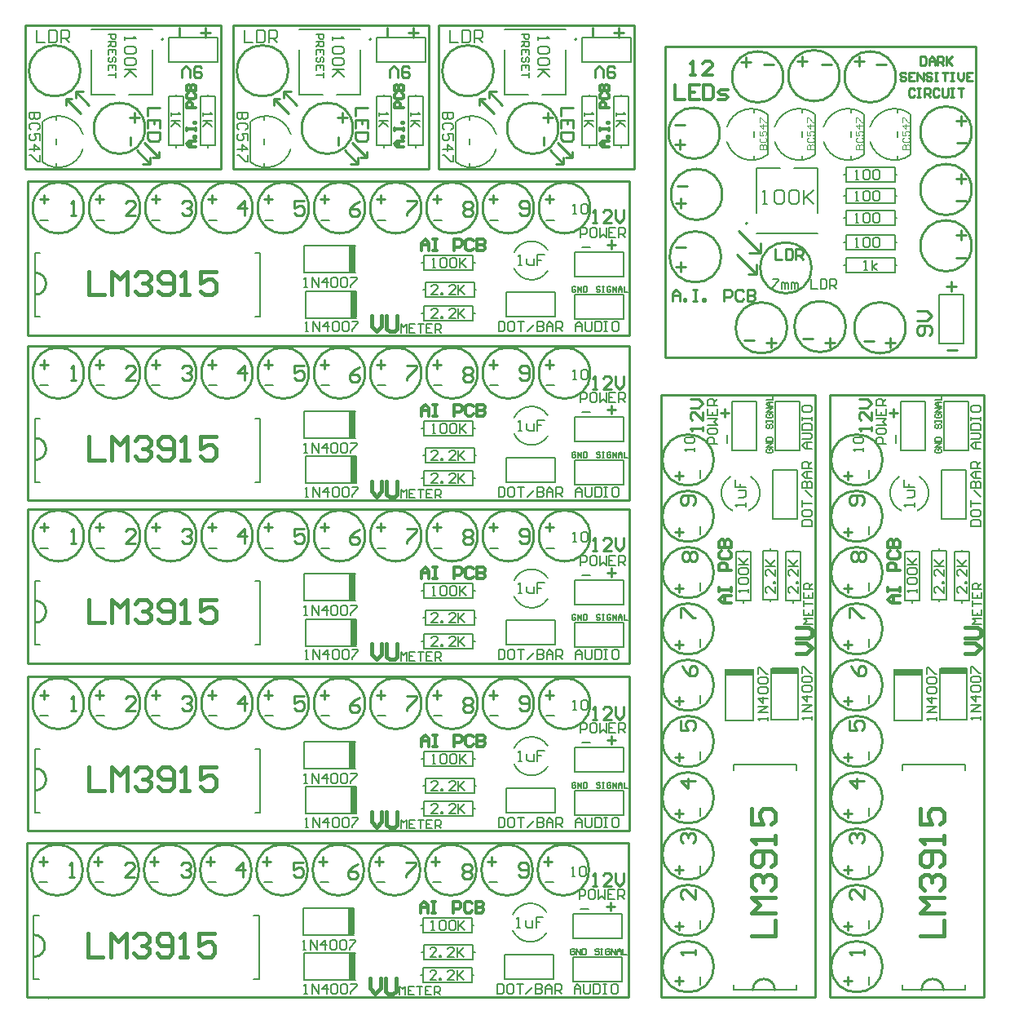
<source format=gto>
G04 Layer_Color=65535*
%FSLAX25Y25*%
%MOIN*%
G70*
G01*
G75*
%ADD31C,0.00787*%
%ADD32C,0.00600*%
%ADD33C,0.01000*%
%ADD34C,0.00500*%
%ADD35C,0.00906*%
%ADD36C,0.01181*%
%ADD37C,0.00394*%
%ADD38C,0.01575*%
%ADD39C,0.00591*%
%ADD40C,0.00512*%
%ADD41R,0.11024X0.03150*%
%ADD42R,0.03150X0.11024*%
D31*
X226929Y393342D02*
G03*
X226929Y393342I-394J0D01*
G01*
X142929D02*
G03*
X142929Y393342I-394J0D01*
G01*
X57929D02*
G03*
X57929Y393342I-394J0D01*
G01*
X296858Y318158D02*
G03*
X296858Y318158I-394J0D01*
G01*
X366274Y200839D02*
G03*
X367232Y214640I-3274J7161D01*
G01*
X358768D02*
G03*
X359726Y200839I4232J-6640D01*
G01*
X394063Y11000D02*
G03*
X394063Y11000I-394J0D01*
G01*
X297274Y200839D02*
G03*
X298232Y214640I-3274J7161D01*
G01*
X289768D02*
G03*
X290726Y200839I4232J-6640D01*
G01*
X325063Y11000D02*
G03*
X325063Y11000I-394J0D01*
G01*
X201339Y299726D02*
G03*
X215140Y298768I7161J3274D01*
G01*
Y307232D02*
G03*
X201339Y306274I-6640J-4232D01*
G01*
X11894Y272331D02*
G03*
X11894Y272331I-394J0D01*
G01*
X201339Y232226D02*
G03*
X215140Y231268I7161J3274D01*
G01*
Y239732D02*
G03*
X201339Y238774I-6640J-4232D01*
G01*
X11894Y204831D02*
G03*
X11894Y204831I-394J0D01*
G01*
X201339Y165726D02*
G03*
X215140Y164768I7161J3274D01*
G01*
Y173232D02*
G03*
X201339Y172274I-6640J-4232D01*
G01*
X11894Y138331D02*
G03*
X11894Y138331I-394J0D01*
G01*
X201339Y97226D02*
G03*
X215140Y96268I7161J3274D01*
G01*
Y104732D02*
G03*
X201339Y103774I-6640J-4232D01*
G01*
X11894Y69831D02*
G03*
X11894Y69831I-394J0D01*
G01*
X200839Y29226D02*
G03*
X214640Y28268I7161J3274D01*
G01*
Y36732D02*
G03*
X200839Y35774I-6640J-4232D01*
G01*
X11394Y1831D02*
G03*
X11394Y1831I-394J0D01*
G01*
X245000Y370000D02*
Y370900D01*
Y349100D02*
Y350000D01*
Y370000D02*
X248000D01*
Y350000D02*
Y370000D01*
X242000Y350000D02*
X248000D01*
X242000D02*
Y370000D01*
X245000D01*
X232000D02*
Y370900D01*
Y349100D02*
Y350000D01*
Y370000D02*
X235000D01*
Y350000D02*
Y370000D01*
X229000Y350000D02*
X235000D01*
X229000D02*
Y370000D01*
X232000D01*
X229000Y384000D02*
X249000D01*
Y394000D01*
X229000D02*
X249000D01*
X229000Y384000D02*
Y394000D01*
X161000Y370000D02*
Y370900D01*
Y349100D02*
Y350000D01*
Y370000D02*
X164000D01*
Y350000D02*
Y370000D01*
X158000Y350000D02*
X164000D01*
X158000D02*
Y370000D01*
X161000D01*
X148000D02*
Y370900D01*
Y349100D02*
Y350000D01*
Y370000D02*
X151000D01*
Y350000D02*
Y370000D01*
X145000Y350000D02*
X151000D01*
X145000D02*
Y370000D01*
X148000D01*
X145000Y384000D02*
X165000D01*
Y394000D01*
X145000D02*
X165000D01*
X145000Y384000D02*
Y394000D01*
X76000Y370000D02*
Y370900D01*
Y349100D02*
Y350000D01*
Y370000D02*
X79000D01*
Y350000D02*
Y370000D01*
X73000Y350000D02*
X79000D01*
X73000D02*
Y370000D01*
X76000D01*
X63000D02*
Y370900D01*
Y349100D02*
Y350000D01*
Y370000D02*
X66000D01*
Y350000D02*
Y370000D01*
X60000Y350000D02*
X66000D01*
X60000D02*
Y370000D01*
X63000D01*
X60000Y384000D02*
X80000D01*
Y394000D01*
X60000D02*
X80000D01*
X60000Y384000D02*
Y394000D01*
X337000Y298000D02*
Y301000D01*
Y298000D02*
X357000D01*
Y304000D01*
X337000D02*
X357000D01*
X337000Y301000D02*
Y304000D01*
X357000Y301000D02*
X357900D01*
X336100D02*
X337000D01*
X357000Y338000D02*
Y341000D01*
X337000D02*
X357000D01*
X337000Y335000D02*
Y341000D01*
Y335000D02*
X357000D01*
Y338000D01*
X336100D02*
X337000D01*
X357000D02*
X357900D01*
X337000Y307500D02*
Y310500D01*
Y307500D02*
X357000D01*
Y313500D01*
X337000D02*
X357000D01*
X337000Y310500D02*
Y313500D01*
X357000Y310500D02*
X357900D01*
X336100D02*
X337000D01*
Y326500D02*
Y329500D01*
Y326500D02*
X357000D01*
Y332500D01*
X337000D02*
X357000D01*
X337000Y329500D02*
Y332500D01*
X357000Y329500D02*
X357900D01*
X336100D02*
X337000D01*
Y317500D02*
Y320500D01*
Y317500D02*
X357000D01*
Y323500D01*
X337000D02*
X357000D01*
X337000Y320500D02*
Y323500D01*
X357000Y320500D02*
X357900D01*
X336100D02*
X337000D01*
X375000Y269000D02*
X385000D01*
X375000D02*
Y289000D01*
X385000D01*
Y269000D02*
Y289000D01*
X356988Y115067D02*
X368012D01*
X356988D02*
Y135933D01*
X368012Y115067D02*
Y135933D01*
X375488Y115567D02*
X386512D01*
X375488D02*
Y136433D01*
X386512Y115567D02*
Y136433D01*
X375000Y164500D02*
X378000D01*
Y184500D01*
X372000D02*
X378000D01*
X372000Y164500D02*
Y184500D01*
Y164500D02*
X375000D01*
Y184500D02*
Y185400D01*
Y163600D02*
Y164500D01*
X384500Y164000D02*
X387500D01*
Y184000D01*
X381500D02*
X387500D01*
X381500Y164000D02*
Y184000D01*
Y164000D02*
X384500D01*
Y184000D02*
Y184900D01*
Y163100D02*
Y164000D01*
X364000D02*
X367000D01*
Y184000D01*
X361000D02*
X367000D01*
X361000Y164000D02*
Y184000D01*
Y164000D02*
X364000D01*
Y184000D02*
Y184900D01*
Y163100D02*
Y164000D01*
X377000Y225500D02*
X387000D01*
X377000D02*
Y245500D01*
X387000D01*
Y225500D02*
Y245500D01*
X376000Y197500D02*
X386000D01*
X376000D02*
Y217500D01*
X386000D01*
Y197500D02*
Y217500D01*
X359500Y225500D02*
X369500D01*
X359500D02*
Y245500D01*
X369500D01*
Y225500D02*
Y245500D01*
X287988Y115067D02*
X299012D01*
X287988D02*
Y135933D01*
X299012Y115067D02*
Y135933D01*
X306488Y115567D02*
X317512D01*
X306488D02*
Y136433D01*
X317512Y115567D02*
Y136433D01*
X306000Y164500D02*
X309000D01*
Y184500D01*
X303000D02*
X309000D01*
X303000Y164500D02*
Y184500D01*
Y164500D02*
X306000D01*
Y184500D02*
Y185400D01*
Y163600D02*
Y164500D01*
X315500Y164000D02*
X318500D01*
Y184000D01*
X312500D02*
X318500D01*
X312500Y164000D02*
Y184000D01*
Y164000D02*
X315500D01*
Y184000D02*
Y184900D01*
Y163100D02*
Y164000D01*
X295000D02*
X298000D01*
Y184000D01*
X292000D02*
X298000D01*
X292000Y164000D02*
Y184000D01*
Y164000D02*
X295000D01*
Y184000D02*
Y184900D01*
Y163100D02*
Y164000D01*
X308000Y225500D02*
X318000D01*
X308000D02*
Y245500D01*
X318000D01*
Y225500D02*
Y245500D01*
X307000Y197500D02*
X317000D01*
X307000D02*
Y217500D01*
X317000D01*
Y197500D02*
Y217500D01*
X290500Y225500D02*
X300500D01*
X290500D02*
Y245500D01*
X300500D01*
Y225500D02*
Y245500D01*
X115567Y297988D02*
Y309012D01*
X136433D01*
X115567Y297988D02*
X136433D01*
X116067Y279488D02*
Y290512D01*
X136933D01*
X116067Y279488D02*
X136933D01*
X165000Y288000D02*
Y291000D01*
Y288000D02*
X185000D01*
Y294000D01*
X165000D02*
X185000D01*
X165000Y291000D02*
Y294000D01*
X185000Y291000D02*
X185900D01*
X164100D02*
X165000D01*
X164500Y278500D02*
Y281500D01*
Y278500D02*
X184500D01*
Y284500D01*
X164500D02*
X184500D01*
X164500Y281500D02*
Y284500D01*
X184500Y281500D02*
X185400D01*
X163600D02*
X164500D01*
Y299000D02*
Y302000D01*
Y299000D02*
X184500D01*
Y305000D01*
X164500D02*
X184500D01*
X164500Y302000D02*
Y305000D01*
X184500Y302000D02*
X185400D01*
X163600D02*
X164500D01*
X226000Y279000D02*
Y289000D01*
X246000D01*
Y279000D02*
Y289000D01*
X226000Y279000D02*
X246000D01*
X198000Y280000D02*
Y290000D01*
X218000D01*
Y280000D02*
Y290000D01*
X198000Y280000D02*
X218000D01*
X226000Y296500D02*
Y306500D01*
X246000D01*
Y296500D02*
Y306500D01*
X226000Y296500D02*
X246000D01*
X115567Y230488D02*
Y241512D01*
X136433D01*
X115567Y230488D02*
X136433D01*
X116067Y211988D02*
Y223012D01*
X136933D01*
X116067Y211988D02*
X136933D01*
X165000Y220500D02*
Y223500D01*
Y220500D02*
X185000D01*
Y226500D01*
X165000D02*
X185000D01*
X165000Y223500D02*
Y226500D01*
X185000Y223500D02*
X185900D01*
X164100D02*
X165000D01*
X164500Y211000D02*
Y214000D01*
Y211000D02*
X184500D01*
Y217000D01*
X164500D02*
X184500D01*
X164500Y214000D02*
Y217000D01*
X184500Y214000D02*
X185400D01*
X163600D02*
X164500D01*
Y231500D02*
Y234500D01*
Y231500D02*
X184500D01*
Y237500D01*
X164500D02*
X184500D01*
X164500Y234500D02*
Y237500D01*
X184500Y234500D02*
X185400D01*
X163600D02*
X164500D01*
X226000Y211500D02*
Y221500D01*
X246000D01*
Y211500D02*
Y221500D01*
X226000Y211500D02*
X246000D01*
X198000Y212500D02*
Y222500D01*
X218000D01*
Y212500D02*
Y222500D01*
X198000Y212500D02*
X218000D01*
X226000Y229000D02*
Y239000D01*
X246000D01*
Y229000D02*
Y239000D01*
X226000Y229000D02*
X246000D01*
X115567Y163988D02*
Y175012D01*
X136433D01*
X115567Y163988D02*
X136433D01*
X116067Y145488D02*
Y156512D01*
X136933D01*
X116067Y145488D02*
X136933D01*
X165000Y154000D02*
Y157000D01*
Y154000D02*
X185000D01*
Y160000D01*
X165000D02*
X185000D01*
X165000Y157000D02*
Y160000D01*
X185000Y157000D02*
X185900D01*
X164100D02*
X165000D01*
X164500Y144500D02*
Y147500D01*
Y144500D02*
X184500D01*
Y150500D01*
X164500D02*
X184500D01*
X164500Y147500D02*
Y150500D01*
X184500Y147500D02*
X185400D01*
X163600D02*
X164500D01*
Y165000D02*
Y168000D01*
Y165000D02*
X184500D01*
Y171000D01*
X164500D02*
X184500D01*
X164500Y168000D02*
Y171000D01*
X184500Y168000D02*
X185400D01*
X163600D02*
X164500D01*
X226000Y145000D02*
Y155000D01*
X246000D01*
Y145000D02*
Y155000D01*
X226000Y145000D02*
X246000D01*
X198000Y146000D02*
Y156000D01*
X218000D01*
Y146000D02*
Y156000D01*
X198000Y146000D02*
X218000D01*
X226000Y162500D02*
Y172500D01*
X246000D01*
Y162500D02*
Y172500D01*
X226000Y162500D02*
X246000D01*
X115567Y95488D02*
Y106512D01*
X136433D01*
X115567Y95488D02*
X136433D01*
X116067Y76988D02*
Y88012D01*
X136933D01*
X116067Y76988D02*
X136933D01*
X165000Y85500D02*
Y88500D01*
Y85500D02*
X185000D01*
Y91500D01*
X165000D02*
X185000D01*
X165000Y88500D02*
Y91500D01*
X185000Y88500D02*
X185900D01*
X164100D02*
X165000D01*
X164500Y76000D02*
Y79000D01*
Y76000D02*
X184500D01*
Y82000D01*
X164500D02*
X184500D01*
X164500Y79000D02*
Y82000D01*
X184500Y79000D02*
X185400D01*
X163600D02*
X164500D01*
Y96500D02*
Y99500D01*
Y96500D02*
X184500D01*
Y102500D01*
X164500D02*
X184500D01*
X164500Y99500D02*
Y102500D01*
X184500Y99500D02*
X185400D01*
X163600D02*
X164500D01*
X226000Y76500D02*
Y86500D01*
X246000D01*
Y76500D02*
Y86500D01*
X226000Y76500D02*
X246000D01*
X198000Y77500D02*
Y87500D01*
X218000D01*
Y77500D02*
Y87500D01*
X198000Y77500D02*
X218000D01*
X226000Y94000D02*
Y104000D01*
X246000D01*
Y94000D02*
Y104000D01*
X226000Y94000D02*
X246000D01*
X225500Y26000D02*
Y36000D01*
X245500D01*
Y26000D02*
Y36000D01*
X225500Y26000D02*
X245500D01*
X225500Y8500D02*
Y18500D01*
X245500D01*
Y8500D02*
Y18500D01*
X225500Y8500D02*
X245500D01*
X197500Y9500D02*
Y19500D01*
X217500D01*
Y9500D02*
Y19500D01*
X197500Y9500D02*
X217500D01*
X164000Y28500D02*
Y31500D01*
Y28500D02*
X184000D01*
Y34500D01*
X164000D02*
X184000D01*
X164000Y31500D02*
Y34500D01*
X184000Y31500D02*
X184900D01*
X163100D02*
X164000D01*
Y8000D02*
Y11000D01*
Y8000D02*
X184000D01*
Y14000D01*
X164000D02*
X184000D01*
X164000Y11000D02*
Y14000D01*
X184000Y11000D02*
X184900D01*
X163100D02*
X164000D01*
X164500Y17500D02*
Y20500D01*
Y17500D02*
X184500D01*
Y23500D01*
X164500D02*
X184500D01*
X164500Y20500D02*
Y23500D01*
X184500Y20500D02*
X185400D01*
X163600D02*
X164500D01*
X115067Y27488D02*
Y38512D01*
X135933D01*
X115067Y27488D02*
X135933D01*
X115567Y8988D02*
Y20012D01*
X136433D01*
X115567Y8988D02*
X136433D01*
X243000Y363500D02*
Y362188D01*
Y362844D01*
X246936D01*
X246280Y363500D01*
X246936Y360220D02*
X243000D01*
X244312D01*
X246936Y357596D01*
X244968Y359564D01*
X243000Y357596D01*
X175000Y397116D02*
Y392000D01*
X178411D01*
X180116Y397116D02*
Y392000D01*
X182675D01*
X183527Y392853D01*
Y396264D01*
X182675Y397116D01*
X180116D01*
X185233Y392000D02*
Y397116D01*
X187791D01*
X188644Y396264D01*
Y394558D01*
X187791Y393706D01*
X185233D01*
X186938D02*
X188644Y392000D01*
X211000Y394500D02*
Y392926D01*
Y393713D01*
X215723D01*
X214936Y394500D01*
Y390564D02*
X215723Y389777D01*
Y388203D01*
X214936Y387416D01*
X211787D01*
X211000Y388203D01*
Y389777D01*
X211787Y390564D01*
X214936D01*
Y385841D02*
X215723Y385054D01*
Y383480D01*
X214936Y382693D01*
X211787D01*
X211000Y383480D01*
Y385054D01*
X211787Y385841D01*
X214936D01*
X215723Y381118D02*
X211000D01*
X212574D01*
X215723Y377970D01*
X213361Y380331D01*
X211000Y377970D01*
X176329Y363500D02*
X172000D01*
Y361335D01*
X172722Y360614D01*
X173443D01*
X174165Y361335D01*
Y363500D01*
Y361335D01*
X174886Y360614D01*
X175608D01*
X176329Y361335D01*
Y363500D01*
X175608Y356284D02*
X176329Y357006D01*
Y358449D01*
X175608Y359171D01*
X172722D01*
X172000Y358449D01*
Y357006D01*
X172722Y356284D01*
X176329Y351955D02*
Y354841D01*
X174165D01*
X174886Y353398D01*
Y352677D01*
X174165Y351955D01*
X172722D01*
X172000Y352677D01*
Y354120D01*
X172722Y354841D01*
X172000Y348347D02*
X176329D01*
X174165Y350512D01*
Y347626D01*
X176329Y346183D02*
Y343297D01*
X175608D01*
X172722Y346183D01*
X172000D01*
X204500Y395500D02*
X207649D01*
Y393926D01*
X207124Y393401D01*
X206074D01*
X205550Y393926D01*
Y395500D01*
X204500Y392351D02*
X207649D01*
Y390777D01*
X207124Y390252D01*
X206074D01*
X205550Y390777D01*
Y392351D01*
Y391302D02*
X204500Y390252D01*
X207649Y387104D02*
Y389203D01*
X204500D01*
Y387104D01*
X206074Y389203D02*
Y388153D01*
X207124Y383955D02*
X207649Y384480D01*
Y385529D01*
X207124Y386054D01*
X206599D01*
X206074Y385529D01*
Y384480D01*
X205550Y383955D01*
X205025D01*
X204500Y384480D01*
Y385529D01*
X205025Y386054D01*
X207649Y380807D02*
Y382906D01*
X204500D01*
Y380807D01*
X206074Y382906D02*
Y381856D01*
X207649Y379757D02*
Y377658D01*
Y378708D01*
X204500D01*
X230000Y363500D02*
Y362188D01*
Y362844D01*
X233936D01*
X233280Y363500D01*
X233936Y360220D02*
X230000D01*
X231312D01*
X233936Y357596D01*
X231968Y359564D01*
X230000Y357596D01*
X159000Y363500D02*
Y362188D01*
Y362844D01*
X162936D01*
X162280Y363500D01*
X162936Y360220D02*
X159000D01*
X160312D01*
X162936Y357596D01*
X160968Y359564D01*
X159000Y357596D01*
X91000Y397116D02*
Y392000D01*
X94411D01*
X96117Y397116D02*
Y392000D01*
X98675D01*
X99527Y392853D01*
Y396264D01*
X98675Y397116D01*
X96117D01*
X101233Y392000D02*
Y397116D01*
X103791D01*
X104644Y396264D01*
Y394558D01*
X103791Y393706D01*
X101233D01*
X102938D02*
X104644Y392000D01*
X127000Y394500D02*
Y392926D01*
Y393713D01*
X131723D01*
X130936Y394500D01*
Y390564D02*
X131723Y389777D01*
Y388203D01*
X130936Y387416D01*
X127787D01*
X127000Y388203D01*
Y389777D01*
X127787Y390564D01*
X130936D01*
Y385841D02*
X131723Y385054D01*
Y383480D01*
X130936Y382693D01*
X127787D01*
X127000Y383480D01*
Y385054D01*
X127787Y385841D01*
X130936D01*
X131723Y381118D02*
X127000D01*
X128574D01*
X131723Y377970D01*
X129361Y380331D01*
X127000Y377970D01*
X92329Y363500D02*
X88000D01*
Y361335D01*
X88722Y360614D01*
X89443D01*
X90165Y361335D01*
Y363500D01*
Y361335D01*
X90886Y360614D01*
X91608D01*
X92329Y361335D01*
Y363500D01*
X91608Y356284D02*
X92329Y357006D01*
Y358449D01*
X91608Y359171D01*
X88722D01*
X88000Y358449D01*
Y357006D01*
X88722Y356284D01*
X92329Y351955D02*
Y354841D01*
X90165D01*
X90886Y353398D01*
Y352677D01*
X90165Y351955D01*
X88722D01*
X88000Y352677D01*
Y354120D01*
X88722Y354841D01*
X88000Y348347D02*
X92329D01*
X90165Y350512D01*
Y347626D01*
X92329Y346183D02*
Y343297D01*
X91608D01*
X88722Y346183D01*
X88000D01*
X120500Y395500D02*
X123649D01*
Y393926D01*
X123124Y393401D01*
X122074D01*
X121549Y393926D01*
Y395500D01*
X120500Y392351D02*
X123649D01*
Y390777D01*
X123124Y390252D01*
X122074D01*
X121549Y390777D01*
Y392351D01*
Y391302D02*
X120500Y390252D01*
X123649Y387104D02*
Y389203D01*
X120500D01*
Y387104D01*
X122074Y389203D02*
Y388153D01*
X123124Y383955D02*
X123649Y384480D01*
Y385529D01*
X123124Y386054D01*
X122599D01*
X122074Y385529D01*
Y384480D01*
X121549Y383955D01*
X121025D01*
X120500Y384480D01*
Y385529D01*
X121025Y386054D01*
X123649Y380807D02*
Y382906D01*
X120500D01*
Y380807D01*
X122074Y382906D02*
Y381856D01*
X123649Y379757D02*
Y377658D01*
Y378708D01*
X120500D01*
X146000Y363500D02*
Y362188D01*
Y362844D01*
X149936D01*
X149280Y363500D01*
X149936Y360220D02*
X146000D01*
X147312D01*
X149936Y357596D01*
X147968Y359564D01*
X146000Y357596D01*
X74000Y363500D02*
Y362188D01*
Y362844D01*
X77936D01*
X77280Y363500D01*
X77936Y360220D02*
X74000D01*
X75312D01*
X77936Y357596D01*
X75968Y359564D01*
X74000Y357596D01*
X6000Y397116D02*
Y392000D01*
X9411D01*
X11117Y397116D02*
Y392000D01*
X13675D01*
X14527Y392853D01*
Y396264D01*
X13675Y397116D01*
X11117D01*
X16233Y392000D02*
Y397116D01*
X18791D01*
X19644Y396264D01*
Y394558D01*
X18791Y393706D01*
X16233D01*
X17938D02*
X19644Y392000D01*
X42000Y394500D02*
Y392926D01*
Y393713D01*
X46723D01*
X45936Y394500D01*
Y390564D02*
X46723Y389777D01*
Y388203D01*
X45936Y387416D01*
X42787D01*
X42000Y388203D01*
Y389777D01*
X42787Y390564D01*
X45936D01*
Y385841D02*
X46723Y385054D01*
Y383480D01*
X45936Y382693D01*
X42787D01*
X42000Y383480D01*
Y385054D01*
X42787Y385841D01*
X45936D01*
X46723Y381118D02*
X42000D01*
X43574D01*
X46723Y377970D01*
X44361Y380331D01*
X42000Y377970D01*
X7329Y363500D02*
X3000D01*
Y361335D01*
X3721Y360614D01*
X4443D01*
X5165Y361335D01*
Y363500D01*
Y361335D01*
X5886Y360614D01*
X6608D01*
X7329Y361335D01*
Y363500D01*
X6608Y356284D02*
X7329Y357006D01*
Y358449D01*
X6608Y359171D01*
X3721D01*
X3000Y358449D01*
Y357006D01*
X3721Y356284D01*
X7329Y351955D02*
Y354841D01*
X5165D01*
X5886Y353398D01*
Y352677D01*
X5165Y351955D01*
X3721D01*
X3000Y352677D01*
Y354120D01*
X3721Y354841D01*
X3000Y348347D02*
X7329D01*
X5165Y350512D01*
Y347626D01*
X7329Y346183D02*
Y343297D01*
X6608D01*
X3721Y346183D01*
X3000D01*
X35500Y395500D02*
X38649D01*
Y393926D01*
X38124Y393401D01*
X37074D01*
X36549Y393926D01*
Y395500D01*
X35500Y392351D02*
X38649D01*
Y390777D01*
X38124Y390252D01*
X37074D01*
X36549Y390777D01*
Y392351D01*
Y391302D02*
X35500Y390252D01*
X38649Y387104D02*
Y389203D01*
X35500D01*
Y387104D01*
X37074Y389203D02*
Y388153D01*
X38124Y383955D02*
X38649Y384480D01*
Y385529D01*
X38124Y386054D01*
X37599D01*
X37074Y385529D01*
Y384480D01*
X36549Y383955D01*
X36025D01*
X35500Y384480D01*
Y385529D01*
X36025Y386054D01*
X38649Y380807D02*
Y382906D01*
X35500D01*
Y380807D01*
X37074Y382906D02*
Y381856D01*
X38649Y379757D02*
Y377658D01*
Y378708D01*
X35500D01*
X61000Y363500D02*
Y362188D01*
Y362844D01*
X64936D01*
X64280Y363500D01*
X64936Y360220D02*
X61000D01*
X62312D01*
X64936Y357596D01*
X62968Y359564D01*
X61000Y357596D01*
X341000Y308500D02*
X342312D01*
X341656D01*
Y312436D01*
X341000Y311780D01*
X344280D02*
X344936Y312436D01*
X346248D01*
X346904Y311780D01*
Y309156D01*
X346248Y308500D01*
X344936D01*
X344280Y309156D01*
Y311780D01*
X348216D02*
X348871Y312436D01*
X350183D01*
X350839Y311780D01*
Y309156D01*
X350183Y308500D01*
X348871D01*
X348216Y309156D01*
Y311780D01*
X341000Y318500D02*
X342312D01*
X341656D01*
Y322436D01*
X341000Y321780D01*
X344280D02*
X344936Y322436D01*
X346248D01*
X346904Y321780D01*
Y319156D01*
X346248Y318500D01*
X344936D01*
X344280Y319156D01*
Y321780D01*
X348216D02*
X348871Y322436D01*
X350183D01*
X350839Y321780D01*
Y319156D01*
X350183Y318500D01*
X348871D01*
X348216Y319156D01*
Y321780D01*
X341000Y327500D02*
X342312D01*
X341656D01*
Y331436D01*
X341000Y330780D01*
X344280D02*
X344936Y331436D01*
X346248D01*
X346904Y330780D01*
Y328156D01*
X346248Y327500D01*
X344936D01*
X344280Y328156D01*
Y330780D01*
X348216D02*
X348871Y331436D01*
X350183D01*
X350839Y330780D01*
Y328156D01*
X350183Y327500D01*
X348871D01*
X348216Y328156D01*
Y330780D01*
X341000Y336000D02*
X342312D01*
X341656D01*
Y339936D01*
X341000Y339280D01*
X344280D02*
X344936Y339936D01*
X346248D01*
X346904Y339280D01*
Y336656D01*
X346248Y336000D01*
X344936D01*
X344280Y336656D01*
Y339280D01*
X348216D02*
X348871Y339936D01*
X350183D01*
X350839Y339280D01*
Y336656D01*
X350183Y336000D01*
X348871D01*
X348216Y336656D01*
Y339280D01*
X303000Y326000D02*
X304968D01*
X303984D01*
Y331904D01*
X303000Y330920D01*
X307920D02*
X308904Y331904D01*
X310872D01*
X311855Y330920D01*
Y326984D01*
X310872Y326000D01*
X308904D01*
X307920Y326984D01*
Y330920D01*
X313823D02*
X314807Y331904D01*
X316775D01*
X317759Y330920D01*
Y326984D01*
X316775Y326000D01*
X314807D01*
X313823Y326984D01*
Y330920D01*
X319727Y331904D02*
Y326000D01*
Y327968D01*
X323663Y331904D01*
X320711Y328952D01*
X323663Y326000D01*
X344500Y299000D02*
X345812D01*
X345156D01*
Y302936D01*
X344500Y302280D01*
X347780Y299000D02*
Y302936D01*
Y300312D02*
X349748Y301624D01*
X347780Y300312D02*
X349748Y299000D01*
X307000Y295436D02*
X309624D01*
Y294780D01*
X307000Y292156D01*
Y291500D01*
X310936D02*
Y294124D01*
X311592D01*
X312248Y293468D01*
Y291500D01*
Y293468D01*
X312904Y294124D01*
X313560Y293468D01*
Y291500D01*
X314872D02*
Y294124D01*
X315527D01*
X316183Y293468D01*
Y291500D01*
Y293468D01*
X316839Y294124D01*
X317495Y293468D01*
Y291500D01*
X322743Y295436D02*
Y291500D01*
X325367D01*
X326679Y295436D02*
Y291500D01*
X328647D01*
X329303Y292156D01*
Y294780D01*
X328647Y295436D01*
X326679D01*
X330614Y291500D02*
Y295436D01*
X332582D01*
X333238Y294780D01*
Y293468D01*
X332582Y292812D01*
X330614D01*
X331926D02*
X333238Y291500D01*
X392000Y115500D02*
Y116812D01*
Y116156D01*
X388064D01*
X388720Y115500D01*
X392000Y118780D02*
X388064D01*
X392000Y121404D01*
X388064D01*
X392000Y124683D02*
X388064D01*
X390032Y122715D01*
Y125339D01*
X388720Y126651D02*
X388064Y127307D01*
Y128619D01*
X388720Y129275D01*
X391344D01*
X392000Y128619D01*
Y127307D01*
X391344Y126651D01*
X388720D01*
Y130587D02*
X388064Y131243D01*
Y132555D01*
X388720Y133211D01*
X391344D01*
X392000Y132555D01*
Y131243D01*
X391344Y130587D01*
X388720D01*
X388064Y134523D02*
Y137147D01*
X388720D01*
X391344Y134523D01*
X392000D01*
X388064Y194500D02*
X392000D01*
Y196468D01*
X391344Y197124D01*
X388720D01*
X388064Y196468D01*
Y194500D01*
Y200404D02*
Y199092D01*
X388720Y198436D01*
X391344D01*
X392000Y199092D01*
Y200404D01*
X391344Y201060D01*
X388720D01*
X388064Y200404D01*
Y202372D02*
Y204995D01*
Y203683D01*
X392000D01*
Y206307D02*
X389376Y208931D01*
X388064Y210243D02*
X392000D01*
Y212211D01*
X391344Y212867D01*
X390688D01*
X390032Y212211D01*
Y210243D01*
Y212211D01*
X389376Y212867D01*
X388720D01*
X388064Y212211D01*
Y210243D01*
X392000Y214179D02*
X389376D01*
X388064Y215491D01*
X389376Y216803D01*
X392000D01*
X390032D01*
Y214179D01*
X392000Y218114D02*
X388064D01*
Y220082D01*
X388720Y220738D01*
X390032D01*
X390688Y220082D01*
Y218114D01*
Y219426D02*
X392000Y220738D01*
X353500Y228000D02*
X349564D01*
Y229968D01*
X350220Y230624D01*
X351532D01*
X352188Y229968D01*
Y228000D01*
X349564Y233904D02*
Y232592D01*
X350220Y231936D01*
X352844D01*
X353500Y232592D01*
Y233904D01*
X352844Y234560D01*
X350220D01*
X349564Y233904D01*
Y235872D02*
X353500D01*
X352188Y237183D01*
X353500Y238495D01*
X349564D01*
Y242431D02*
Y239807D01*
X353500D01*
Y242431D01*
X351532Y239807D02*
Y241119D01*
X353500Y243743D02*
X349564D01*
Y245711D01*
X350220Y246367D01*
X351532D01*
X352188Y245711D01*
Y243743D01*
Y245055D02*
X353500Y246367D01*
X392000Y226000D02*
X389376D01*
X388064Y227312D01*
X389376Y228624D01*
X392000D01*
X390032D01*
Y226000D01*
X388064Y229936D02*
X391344D01*
X392000Y230592D01*
Y231904D01*
X391344Y232560D01*
X388064D01*
Y233872D02*
X392000D01*
Y235839D01*
X391344Y236495D01*
X388720D01*
X388064Y235839D01*
Y233872D01*
Y237807D02*
Y239119D01*
Y238463D01*
X392000D01*
Y237807D01*
Y239119D01*
X388064Y243055D02*
Y241743D01*
X388720Y241087D01*
X391344D01*
X392000Y241743D01*
Y243055D01*
X391344Y243711D01*
X388720D01*
X388064Y243055D01*
X346442Y7000D02*
Y10411D01*
Y30000D02*
Y33411D01*
Y52500D02*
Y55911D01*
Y76000D02*
Y79411D01*
Y99000D02*
Y102411D01*
Y122000D02*
Y125411D01*
Y145000D02*
Y148411D01*
Y168000D02*
Y171411D01*
Y191000D02*
Y194411D01*
Y214000D02*
Y217411D01*
X374000Y115000D02*
Y116312D01*
Y115656D01*
X370064D01*
X370720Y115000D01*
X374000Y118280D02*
X370064D01*
X374000Y120904D01*
X370064D01*
X374000Y124183D02*
X370064D01*
X372032Y122215D01*
Y124839D01*
X370720Y126151D02*
X370064Y126807D01*
Y128119D01*
X370720Y128775D01*
X373344D01*
X374000Y128119D01*
Y126807D01*
X373344Y126151D01*
X370720D01*
Y130087D02*
X370064Y130743D01*
Y132055D01*
X370720Y132711D01*
X373344D01*
X374000Y132055D01*
Y130743D01*
X373344Y130087D01*
X370720D01*
X370064Y134023D02*
Y136647D01*
X370720D01*
X373344Y134023D01*
X374000D01*
X357442Y228500D02*
Y231911D01*
X392500Y154500D02*
X388958D01*
X390139Y155681D01*
X388958Y156861D01*
X392500D01*
X388958Y160404D02*
Y158042D01*
X392500D01*
Y160404D01*
X390729Y158042D02*
Y159223D01*
X388958Y161584D02*
Y163946D01*
Y162765D01*
X392500D01*
X388958Y167488D02*
Y165127D01*
X392500D01*
Y167488D01*
X390729Y165127D02*
Y166307D01*
X392500Y168669D02*
X388958D01*
Y170440D01*
X389548Y171030D01*
X390729D01*
X391319Y170440D01*
Y168669D01*
Y169849D02*
X392500Y171030D01*
X323000Y115500D02*
Y116812D01*
Y116156D01*
X319064D01*
X319720Y115500D01*
X323000Y118780D02*
X319064D01*
X323000Y121404D01*
X319064D01*
X323000Y124683D02*
X319064D01*
X321032Y122715D01*
Y125339D01*
X319720Y126651D02*
X319064Y127307D01*
Y128619D01*
X319720Y129275D01*
X322344D01*
X323000Y128619D01*
Y127307D01*
X322344Y126651D01*
X319720D01*
Y130587D02*
X319064Y131243D01*
Y132555D01*
X319720Y133211D01*
X322344D01*
X323000Y132555D01*
Y131243D01*
X322344Y130587D01*
X319720D01*
X319064Y134523D02*
Y137147D01*
X319720D01*
X322344Y134523D01*
X323000D01*
X319064Y194500D02*
X323000D01*
Y196468D01*
X322344Y197124D01*
X319720D01*
X319064Y196468D01*
Y194500D01*
Y200404D02*
Y199092D01*
X319720Y198436D01*
X322344D01*
X323000Y199092D01*
Y200404D01*
X322344Y201060D01*
X319720D01*
X319064Y200404D01*
Y202372D02*
Y204995D01*
Y203683D01*
X323000D01*
Y206307D02*
X320376Y208931D01*
X319064Y210243D02*
X323000D01*
Y212211D01*
X322344Y212867D01*
X321688D01*
X321032Y212211D01*
Y210243D01*
Y212211D01*
X320376Y212867D01*
X319720D01*
X319064Y212211D01*
Y210243D01*
X323000Y214179D02*
X320376D01*
X319064Y215491D01*
X320376Y216803D01*
X323000D01*
X321032D01*
Y214179D01*
X323000Y218114D02*
X319064D01*
Y220082D01*
X319720Y220738D01*
X321032D01*
X321688Y220082D01*
Y218114D01*
Y219426D02*
X323000Y220738D01*
X284500Y228000D02*
X280564D01*
Y229968D01*
X281220Y230624D01*
X282532D01*
X283188Y229968D01*
Y228000D01*
X280564Y233904D02*
Y232592D01*
X281220Y231936D01*
X283844D01*
X284500Y232592D01*
Y233904D01*
X283844Y234560D01*
X281220D01*
X280564Y233904D01*
Y235872D02*
X284500D01*
X283188Y237183D01*
X284500Y238495D01*
X280564D01*
Y242431D02*
Y239807D01*
X284500D01*
Y242431D01*
X282532Y239807D02*
Y241119D01*
X284500Y243743D02*
X280564D01*
Y245711D01*
X281220Y246367D01*
X282532D01*
X283188Y245711D01*
Y243743D01*
Y245055D02*
X284500Y246367D01*
X323000Y226000D02*
X320376D01*
X319064Y227312D01*
X320376Y228624D01*
X323000D01*
X321032D01*
Y226000D01*
X319064Y229936D02*
X322344D01*
X323000Y230592D01*
Y231904D01*
X322344Y232560D01*
X319064D01*
Y233872D02*
X323000D01*
Y235839D01*
X322344Y236495D01*
X319720D01*
X319064Y235839D01*
Y233872D01*
Y237807D02*
Y239119D01*
Y238463D01*
X323000D01*
Y237807D01*
Y239119D01*
X319064Y243055D02*
Y241743D01*
X319720Y241087D01*
X322344D01*
X323000Y241743D01*
Y243055D01*
X322344Y243711D01*
X319720D01*
X319064Y243055D01*
X277442Y7000D02*
Y10411D01*
Y30000D02*
Y33411D01*
Y52500D02*
Y55911D01*
Y76000D02*
Y79411D01*
Y99000D02*
Y102411D01*
Y122000D02*
Y125411D01*
Y145000D02*
Y148411D01*
Y168000D02*
Y171411D01*
Y191000D02*
Y194411D01*
Y214000D02*
Y217411D01*
X305000Y115000D02*
Y116312D01*
Y115656D01*
X301064D01*
X301720Y115000D01*
X305000Y118280D02*
X301064D01*
X305000Y120904D01*
X301064D01*
X305000Y124183D02*
X301064D01*
X303032Y122215D01*
Y124839D01*
X301720Y126151D02*
X301064Y126807D01*
Y128119D01*
X301720Y128775D01*
X304344D01*
X305000Y128119D01*
Y126807D01*
X304344Y126151D01*
X301720D01*
Y130087D02*
X301064Y130743D01*
Y132055D01*
X301720Y132711D01*
X304344D01*
X305000Y132055D01*
Y130743D01*
X304344Y130087D01*
X301720D01*
X301064Y134023D02*
Y136647D01*
X301720D01*
X304344Y134023D01*
X305000D01*
X288442Y228500D02*
Y231911D01*
X323500Y154500D02*
X319958D01*
X321139Y155681D01*
X319958Y156861D01*
X323500D01*
X319958Y160404D02*
Y158042D01*
X323500D01*
Y160404D01*
X321729Y158042D02*
Y159223D01*
X319958Y161584D02*
Y163946D01*
Y162765D01*
X323500D01*
X319958Y167488D02*
Y165127D01*
X323500D01*
Y167488D01*
X321729Y165127D02*
Y166307D01*
X323500Y168669D02*
X319958D01*
Y170440D01*
X320548Y171030D01*
X321729D01*
X322319Y170440D01*
Y168669D01*
Y169849D02*
X323500Y171030D01*
X116000Y274000D02*
X117312D01*
X116656D01*
Y277936D01*
X116000Y277280D01*
X119280Y274000D02*
Y277936D01*
X121904Y274000D01*
Y277936D01*
X125183Y274000D02*
Y277936D01*
X123215Y275968D01*
X125839D01*
X127151Y277280D02*
X127807Y277936D01*
X129119D01*
X129775Y277280D01*
Y274656D01*
X129119Y274000D01*
X127807D01*
X127151Y274656D01*
Y277280D01*
X131087D02*
X131743Y277936D01*
X133055D01*
X133711Y277280D01*
Y274656D01*
X133055Y274000D01*
X131743D01*
X131087Y274656D01*
Y277280D01*
X135023Y277936D02*
X137647D01*
Y277280D01*
X135023Y274656D01*
Y274000D01*
X195000Y277936D02*
Y274000D01*
X196968D01*
X197624Y274656D01*
Y277280D01*
X196968Y277936D01*
X195000D01*
X200904D02*
X199592D01*
X198936Y277280D01*
Y274656D01*
X199592Y274000D01*
X200904D01*
X201560Y274656D01*
Y277280D01*
X200904Y277936D01*
X202871D02*
X205495D01*
X204183D01*
Y274000D01*
X206807D02*
X209431Y276624D01*
X210743Y277936D02*
Y274000D01*
X212711D01*
X213367Y274656D01*
Y275312D01*
X212711Y275968D01*
X210743D01*
X212711D01*
X213367Y276624D01*
Y277280D01*
X212711Y277936D01*
X210743D01*
X214679Y274000D02*
Y276624D01*
X215991Y277936D01*
X217302Y276624D01*
Y274000D01*
Y275968D01*
X214679D01*
X218614Y274000D02*
Y277936D01*
X220582D01*
X221238Y277280D01*
Y275968D01*
X220582Y275312D01*
X218614D01*
X219926D02*
X221238Y274000D01*
X228500Y312500D02*
Y316436D01*
X230468D01*
X231124Y315780D01*
Y314468D01*
X230468Y313812D01*
X228500D01*
X234404Y316436D02*
X233092D01*
X232436Y315780D01*
Y313156D01*
X233092Y312500D01*
X234404D01*
X235060Y313156D01*
Y315780D01*
X234404Y316436D01*
X236371D02*
Y312500D01*
X237683Y313812D01*
X238995Y312500D01*
Y316436D01*
X242931D02*
X240307D01*
Y312500D01*
X242931D01*
X240307Y314468D02*
X241619D01*
X244243Y312500D02*
Y316436D01*
X246211D01*
X246867Y315780D01*
Y314468D01*
X246211Y313812D01*
X244243D01*
X245555D02*
X246867Y312500D01*
X226500Y274000D02*
Y276624D01*
X227812Y277936D01*
X229124Y276624D01*
Y274000D01*
Y275968D01*
X226500D01*
X230436Y277936D02*
Y274656D01*
X231092Y274000D01*
X232404D01*
X233060Y274656D01*
Y277936D01*
X234371D02*
Y274000D01*
X236339D01*
X236995Y274656D01*
Y277280D01*
X236339Y277936D01*
X234371D01*
X238307D02*
X239619D01*
X238963D01*
Y274000D01*
X238307D01*
X239619D01*
X243555Y277936D02*
X242243D01*
X241587Y277280D01*
Y274656D01*
X242243Y274000D01*
X243555D01*
X244211Y274656D01*
Y277280D01*
X243555Y277936D01*
X7500Y319558D02*
X10911D01*
X30500D02*
X33911D01*
X53000D02*
X56411D01*
X76500D02*
X79911D01*
X99500D02*
X102911D01*
X122500D02*
X125911D01*
X145500D02*
X148911D01*
X168500D02*
X171911D01*
X191500D02*
X194911D01*
X214500D02*
X217911D01*
X115500Y292000D02*
X116812D01*
X116156D01*
Y295936D01*
X115500Y295280D01*
X118780Y292000D02*
Y295936D01*
X121404Y292000D01*
Y295936D01*
X124683Y292000D02*
Y295936D01*
X122715Y293968D01*
X125339D01*
X126651Y295280D02*
X127307Y295936D01*
X128619D01*
X129275Y295280D01*
Y292656D01*
X128619Y292000D01*
X127307D01*
X126651Y292656D01*
Y295280D01*
X130587D02*
X131243Y295936D01*
X132555D01*
X133211Y295280D01*
Y292656D01*
X132555Y292000D01*
X131243D01*
X130587Y292656D01*
Y295280D01*
X134523Y295936D02*
X137147D01*
Y295280D01*
X134523Y292656D01*
Y292000D01*
X229000Y308558D02*
X232411D01*
X155000Y273500D02*
Y277042D01*
X156181Y275861D01*
X157361Y277042D01*
Y273500D01*
X160904Y277042D02*
X158542D01*
Y273500D01*
X160904D01*
X158542Y275271D02*
X159723D01*
X162084Y277042D02*
X164446D01*
X163265D01*
Y273500D01*
X167988Y277042D02*
X165627D01*
Y273500D01*
X167988D01*
X165627Y275271D02*
X166807D01*
X169169Y273500D02*
Y277042D01*
X170940D01*
X171530Y276452D01*
Y275271D01*
X170940Y274681D01*
X169169D01*
X170349D02*
X171530Y273500D01*
X116000Y206500D02*
X117312D01*
X116656D01*
Y210436D01*
X116000Y209780D01*
X119280Y206500D02*
Y210436D01*
X121904Y206500D01*
Y210436D01*
X125183Y206500D02*
Y210436D01*
X123215Y208468D01*
X125839D01*
X127151Y209780D02*
X127807Y210436D01*
X129119D01*
X129775Y209780D01*
Y207156D01*
X129119Y206500D01*
X127807D01*
X127151Y207156D01*
Y209780D01*
X131087D02*
X131743Y210436D01*
X133055D01*
X133711Y209780D01*
Y207156D01*
X133055Y206500D01*
X131743D01*
X131087Y207156D01*
Y209780D01*
X135023Y210436D02*
X137647D01*
Y209780D01*
X135023Y207156D01*
Y206500D01*
X195000Y210436D02*
Y206500D01*
X196968D01*
X197624Y207156D01*
Y209780D01*
X196968Y210436D01*
X195000D01*
X200904D02*
X199592D01*
X198936Y209780D01*
Y207156D01*
X199592Y206500D01*
X200904D01*
X201560Y207156D01*
Y209780D01*
X200904Y210436D01*
X202871D02*
X205495D01*
X204183D01*
Y206500D01*
X206807D02*
X209431Y209124D01*
X210743Y210436D02*
Y206500D01*
X212711D01*
X213367Y207156D01*
Y207812D01*
X212711Y208468D01*
X210743D01*
X212711D01*
X213367Y209124D01*
Y209780D01*
X212711Y210436D01*
X210743D01*
X214679Y206500D02*
Y209124D01*
X215991Y210436D01*
X217302Y209124D01*
Y206500D01*
Y208468D01*
X214679D01*
X218614Y206500D02*
Y210436D01*
X220582D01*
X221238Y209780D01*
Y208468D01*
X220582Y207812D01*
X218614D01*
X219926D02*
X221238Y206500D01*
X228500Y245000D02*
Y248936D01*
X230468D01*
X231124Y248280D01*
Y246968D01*
X230468Y246312D01*
X228500D01*
X234404Y248936D02*
X233092D01*
X232436Y248280D01*
Y245656D01*
X233092Y245000D01*
X234404D01*
X235060Y245656D01*
Y248280D01*
X234404Y248936D01*
X236371D02*
Y245000D01*
X237683Y246312D01*
X238995Y245000D01*
Y248936D01*
X242931D02*
X240307D01*
Y245000D01*
X242931D01*
X240307Y246968D02*
X241619D01*
X244243Y245000D02*
Y248936D01*
X246211D01*
X246867Y248280D01*
Y246968D01*
X246211Y246312D01*
X244243D01*
X245555D02*
X246867Y245000D01*
X226500Y206500D02*
Y209124D01*
X227812Y210436D01*
X229124Y209124D01*
Y206500D01*
Y208468D01*
X226500D01*
X230436Y210436D02*
Y207156D01*
X231092Y206500D01*
X232404D01*
X233060Y207156D01*
Y210436D01*
X234371D02*
Y206500D01*
X236339D01*
X236995Y207156D01*
Y209780D01*
X236339Y210436D01*
X234371D01*
X238307D02*
X239619D01*
X238963D01*
Y206500D01*
X238307D01*
X239619D01*
X243555Y210436D02*
X242243D01*
X241587Y209780D01*
Y207156D01*
X242243Y206500D01*
X243555D01*
X244211Y207156D01*
Y209780D01*
X243555Y210436D01*
X7500Y252058D02*
X10911D01*
X30500D02*
X33911D01*
X53000D02*
X56411D01*
X76500D02*
X79911D01*
X99500D02*
X102911D01*
X122500D02*
X125911D01*
X145500D02*
X148911D01*
X168500D02*
X171911D01*
X191500D02*
X194911D01*
X214500D02*
X217911D01*
X115500Y224500D02*
X116812D01*
X116156D01*
Y228436D01*
X115500Y227780D01*
X118780Y224500D02*
Y228436D01*
X121404Y224500D01*
Y228436D01*
X124683Y224500D02*
Y228436D01*
X122715Y226468D01*
X125339D01*
X126651Y227780D02*
X127307Y228436D01*
X128619D01*
X129275Y227780D01*
Y225156D01*
X128619Y224500D01*
X127307D01*
X126651Y225156D01*
Y227780D01*
X130587D02*
X131243Y228436D01*
X132555D01*
X133211Y227780D01*
Y225156D01*
X132555Y224500D01*
X131243D01*
X130587Y225156D01*
Y227780D01*
X134523Y228436D02*
X137147D01*
Y227780D01*
X134523Y225156D01*
Y224500D01*
X229000Y241058D02*
X232411D01*
X155000Y206000D02*
Y209542D01*
X156181Y208361D01*
X157361Y209542D01*
Y206000D01*
X160904Y209542D02*
X158542D01*
Y206000D01*
X160904D01*
X158542Y207771D02*
X159723D01*
X162084Y209542D02*
X164446D01*
X163265D01*
Y206000D01*
X167988Y209542D02*
X165627D01*
Y206000D01*
X167988D01*
X165627Y207771D02*
X166807D01*
X169169Y206000D02*
Y209542D01*
X170940D01*
X171530Y208952D01*
Y207771D01*
X170940Y207181D01*
X169169D01*
X170349D02*
X171530Y206000D01*
X116000Y140000D02*
X117312D01*
X116656D01*
Y143936D01*
X116000Y143280D01*
X119280Y140000D02*
Y143936D01*
X121904Y140000D01*
Y143936D01*
X125183Y140000D02*
Y143936D01*
X123215Y141968D01*
X125839D01*
X127151Y143280D02*
X127807Y143936D01*
X129119D01*
X129775Y143280D01*
Y140656D01*
X129119Y140000D01*
X127807D01*
X127151Y140656D01*
Y143280D01*
X131087D02*
X131743Y143936D01*
X133055D01*
X133711Y143280D01*
Y140656D01*
X133055Y140000D01*
X131743D01*
X131087Y140656D01*
Y143280D01*
X135023Y143936D02*
X137647D01*
Y143280D01*
X135023Y140656D01*
Y140000D01*
X195000Y143936D02*
Y140000D01*
X196968D01*
X197624Y140656D01*
Y143280D01*
X196968Y143936D01*
X195000D01*
X200904D02*
X199592D01*
X198936Y143280D01*
Y140656D01*
X199592Y140000D01*
X200904D01*
X201560Y140656D01*
Y143280D01*
X200904Y143936D01*
X202871D02*
X205495D01*
X204183D01*
Y140000D01*
X206807D02*
X209431Y142624D01*
X210743Y143936D02*
Y140000D01*
X212711D01*
X213367Y140656D01*
Y141312D01*
X212711Y141968D01*
X210743D01*
X212711D01*
X213367Y142624D01*
Y143280D01*
X212711Y143936D01*
X210743D01*
X214679Y140000D02*
Y142624D01*
X215991Y143936D01*
X217302Y142624D01*
Y140000D01*
Y141968D01*
X214679D01*
X218614Y140000D02*
Y143936D01*
X220582D01*
X221238Y143280D01*
Y141968D01*
X220582Y141312D01*
X218614D01*
X219926D02*
X221238Y140000D01*
X228500Y178500D02*
Y182436D01*
X230468D01*
X231124Y181780D01*
Y180468D01*
X230468Y179812D01*
X228500D01*
X234404Y182436D02*
X233092D01*
X232436Y181780D01*
Y179156D01*
X233092Y178500D01*
X234404D01*
X235060Y179156D01*
Y181780D01*
X234404Y182436D01*
X236371D02*
Y178500D01*
X237683Y179812D01*
X238995Y178500D01*
Y182436D01*
X242931D02*
X240307D01*
Y178500D01*
X242931D01*
X240307Y180468D02*
X241619D01*
X244243Y178500D02*
Y182436D01*
X246211D01*
X246867Y181780D01*
Y180468D01*
X246211Y179812D01*
X244243D01*
X245555D02*
X246867Y178500D01*
X226500Y140000D02*
Y142624D01*
X227812Y143936D01*
X229124Y142624D01*
Y140000D01*
Y141968D01*
X226500D01*
X230436Y143936D02*
Y140656D01*
X231092Y140000D01*
X232404D01*
X233060Y140656D01*
Y143936D01*
X234371D02*
Y140000D01*
X236339D01*
X236995Y140656D01*
Y143280D01*
X236339Y143936D01*
X234371D01*
X238307D02*
X239619D01*
X238963D01*
Y140000D01*
X238307D01*
X239619D01*
X243555Y143936D02*
X242243D01*
X241587Y143280D01*
Y140656D01*
X242243Y140000D01*
X243555D01*
X244211Y140656D01*
Y143280D01*
X243555Y143936D01*
X7500Y185558D02*
X10911D01*
X30500D02*
X33911D01*
X53000D02*
X56411D01*
X76500D02*
X79911D01*
X99500D02*
X102911D01*
X122500D02*
X125911D01*
X145500D02*
X148911D01*
X168500D02*
X171911D01*
X191500D02*
X194911D01*
X214500D02*
X217911D01*
X115500Y158000D02*
X116812D01*
X116156D01*
Y161936D01*
X115500Y161280D01*
X118780Y158000D02*
Y161936D01*
X121404Y158000D01*
Y161936D01*
X124683Y158000D02*
Y161936D01*
X122715Y159968D01*
X125339D01*
X126651Y161280D02*
X127307Y161936D01*
X128619D01*
X129275Y161280D01*
Y158656D01*
X128619Y158000D01*
X127307D01*
X126651Y158656D01*
Y161280D01*
X130587D02*
X131243Y161936D01*
X132555D01*
X133211Y161280D01*
Y158656D01*
X132555Y158000D01*
X131243D01*
X130587Y158656D01*
Y161280D01*
X134523Y161936D02*
X137147D01*
Y161280D01*
X134523Y158656D01*
Y158000D01*
X229000Y174558D02*
X232411D01*
X155000Y139500D02*
Y143042D01*
X156181Y141861D01*
X157361Y143042D01*
Y139500D01*
X160904Y143042D02*
X158542D01*
Y139500D01*
X160904D01*
X158542Y141271D02*
X159723D01*
X162084Y143042D02*
X164446D01*
X163265D01*
Y139500D01*
X167988Y143042D02*
X165627D01*
Y139500D01*
X167988D01*
X165627Y141271D02*
X166807D01*
X169169Y139500D02*
Y143042D01*
X170940D01*
X171530Y142452D01*
Y141271D01*
X170940Y140681D01*
X169169D01*
X170349D02*
X171530Y139500D01*
X116000Y71500D02*
X117312D01*
X116656D01*
Y75436D01*
X116000Y74780D01*
X119280Y71500D02*
Y75436D01*
X121904Y71500D01*
Y75436D01*
X125183Y71500D02*
Y75436D01*
X123215Y73468D01*
X125839D01*
X127151Y74780D02*
X127807Y75436D01*
X129119D01*
X129775Y74780D01*
Y72156D01*
X129119Y71500D01*
X127807D01*
X127151Y72156D01*
Y74780D01*
X131087D02*
X131743Y75436D01*
X133055D01*
X133711Y74780D01*
Y72156D01*
X133055Y71500D01*
X131743D01*
X131087Y72156D01*
Y74780D01*
X135023Y75436D02*
X137647D01*
Y74780D01*
X135023Y72156D01*
Y71500D01*
X195000Y75436D02*
Y71500D01*
X196968D01*
X197624Y72156D01*
Y74780D01*
X196968Y75436D01*
X195000D01*
X200904D02*
X199592D01*
X198936Y74780D01*
Y72156D01*
X199592Y71500D01*
X200904D01*
X201560Y72156D01*
Y74780D01*
X200904Y75436D01*
X202871D02*
X205495D01*
X204183D01*
Y71500D01*
X206807D02*
X209431Y74124D01*
X210743Y75436D02*
Y71500D01*
X212711D01*
X213367Y72156D01*
Y72812D01*
X212711Y73468D01*
X210743D01*
X212711D01*
X213367Y74124D01*
Y74780D01*
X212711Y75436D01*
X210743D01*
X214679Y71500D02*
Y74124D01*
X215991Y75436D01*
X217302Y74124D01*
Y71500D01*
Y73468D01*
X214679D01*
X218614Y71500D02*
Y75436D01*
X220582D01*
X221238Y74780D01*
Y73468D01*
X220582Y72812D01*
X218614D01*
X219926D02*
X221238Y71500D01*
X228500Y110000D02*
Y113936D01*
X230468D01*
X231124Y113280D01*
Y111968D01*
X230468Y111312D01*
X228500D01*
X234404Y113936D02*
X233092D01*
X232436Y113280D01*
Y110656D01*
X233092Y110000D01*
X234404D01*
X235060Y110656D01*
Y113280D01*
X234404Y113936D01*
X236371D02*
Y110000D01*
X237683Y111312D01*
X238995Y110000D01*
Y113936D01*
X242931D02*
X240307D01*
Y110000D01*
X242931D01*
X240307Y111968D02*
X241619D01*
X244243Y110000D02*
Y113936D01*
X246211D01*
X246867Y113280D01*
Y111968D01*
X246211Y111312D01*
X244243D01*
X245555D02*
X246867Y110000D01*
X226500Y71500D02*
Y74124D01*
X227812Y75436D01*
X229124Y74124D01*
Y71500D01*
Y73468D01*
X226500D01*
X230436Y75436D02*
Y72156D01*
X231092Y71500D01*
X232404D01*
X233060Y72156D01*
Y75436D01*
X234371D02*
Y71500D01*
X236339D01*
X236995Y72156D01*
Y74780D01*
X236339Y75436D01*
X234371D01*
X238307D02*
X239619D01*
X238963D01*
Y71500D01*
X238307D01*
X239619D01*
X243555Y75436D02*
X242243D01*
X241587Y74780D01*
Y72156D01*
X242243Y71500D01*
X243555D01*
X244211Y72156D01*
Y74780D01*
X243555Y75436D01*
X7500Y117058D02*
X10911D01*
X30500D02*
X33911D01*
X53000D02*
X56411D01*
X76500D02*
X79911D01*
X99500D02*
X102911D01*
X122500D02*
X125911D01*
X145500D02*
X148911D01*
X168500D02*
X171911D01*
X191500D02*
X194911D01*
X214500D02*
X217911D01*
X115500Y89500D02*
X116812D01*
X116156D01*
Y93436D01*
X115500Y92780D01*
X118780Y89500D02*
Y93436D01*
X121404Y89500D01*
Y93436D01*
X124683Y89500D02*
Y93436D01*
X122715Y91468D01*
X125339D01*
X126651Y92780D02*
X127307Y93436D01*
X128619D01*
X129275Y92780D01*
Y90156D01*
X128619Y89500D01*
X127307D01*
X126651Y90156D01*
Y92780D01*
X130587D02*
X131243Y93436D01*
X132555D01*
X133211Y92780D01*
Y90156D01*
X132555Y89500D01*
X131243D01*
X130587Y90156D01*
Y92780D01*
X134523Y93436D02*
X137147D01*
Y92780D01*
X134523Y90156D01*
Y89500D01*
X229000Y106058D02*
X232411D01*
X155000Y71000D02*
Y74542D01*
X156181Y73361D01*
X157361Y74542D01*
Y71000D01*
X160904Y74542D02*
X158542D01*
Y71000D01*
X160904D01*
X158542Y72771D02*
X159723D01*
X162084Y74542D02*
X164446D01*
X163265D01*
Y71000D01*
X167988Y74542D02*
X165627D01*
Y71000D01*
X167988D01*
X165627Y72771D02*
X166807D01*
X169169Y71000D02*
Y74542D01*
X170940D01*
X171530Y73952D01*
Y72771D01*
X170940Y72181D01*
X169169D01*
X170349D02*
X171530Y71000D01*
X154500Y3000D02*
Y6542D01*
X155681Y5361D01*
X156861Y6542D01*
Y3000D01*
X160404Y6542D02*
X158042D01*
Y3000D01*
X160404D01*
X158042Y4771D02*
X159223D01*
X161584Y6542D02*
X163946D01*
X162765D01*
Y3000D01*
X167488Y6542D02*
X165127D01*
Y3000D01*
X167488D01*
X165127Y4771D02*
X166307D01*
X168669Y3000D02*
Y6542D01*
X170440D01*
X171030Y5952D01*
Y4771D01*
X170440Y4181D01*
X168669D01*
X169849D02*
X171030Y3000D01*
X228500Y38058D02*
X231911D01*
X115000Y21500D02*
X116312D01*
X115656D01*
Y25436D01*
X115000Y24780D01*
X118280Y21500D02*
Y25436D01*
X120904Y21500D01*
Y25436D01*
X124183Y21500D02*
Y25436D01*
X122215Y23468D01*
X124839D01*
X126151Y24780D02*
X126807Y25436D01*
X128119D01*
X128775Y24780D01*
Y22156D01*
X128119Y21500D01*
X126807D01*
X126151Y22156D01*
Y24780D01*
X130087D02*
X130743Y25436D01*
X132055D01*
X132711Y24780D01*
Y22156D01*
X132055Y21500D01*
X130743D01*
X130087Y22156D01*
Y24780D01*
X134023Y25436D02*
X136647D01*
Y24780D01*
X134023Y22156D01*
Y21500D01*
X214000Y49058D02*
X217411D01*
X191000D02*
X194411D01*
X168000D02*
X171411D01*
X145000D02*
X148411D01*
X122000D02*
X125411D01*
X99000D02*
X102411D01*
X76000D02*
X79411D01*
X52500D02*
X55911D01*
X30000D02*
X33411D01*
X7000D02*
X10411D01*
X226000Y3500D02*
Y6124D01*
X227312Y7436D01*
X228624Y6124D01*
Y3500D01*
Y5468D01*
X226000D01*
X229936Y7436D02*
Y4156D01*
X230592Y3500D01*
X231904D01*
X232560Y4156D01*
Y7436D01*
X233872D02*
Y3500D01*
X235839D01*
X236495Y4156D01*
Y6780D01*
X235839Y7436D01*
X233872D01*
X237807D02*
X239119D01*
X238463D01*
Y3500D01*
X237807D01*
X239119D01*
X243055Y7436D02*
X241743D01*
X241087Y6780D01*
Y4156D01*
X241743Y3500D01*
X243055D01*
X243711Y4156D01*
Y6780D01*
X243055Y7436D01*
X228000Y42000D02*
Y45936D01*
X229968D01*
X230624Y45280D01*
Y43968D01*
X229968Y43312D01*
X228000D01*
X233904Y45936D02*
X232592D01*
X231936Y45280D01*
Y42656D01*
X232592Y42000D01*
X233904D01*
X234560Y42656D01*
Y45280D01*
X233904Y45936D01*
X235872D02*
Y42000D01*
X237183Y43312D01*
X238495Y42000D01*
Y45936D01*
X242431D02*
X239807D01*
Y42000D01*
X242431D01*
X239807Y43968D02*
X241119D01*
X243743Y42000D02*
Y45936D01*
X245711D01*
X246367Y45280D01*
Y43968D01*
X245711Y43312D01*
X243743D01*
X245055D02*
X246367Y42000D01*
X194500Y7436D02*
Y3500D01*
X196468D01*
X197124Y4156D01*
Y6780D01*
X196468Y7436D01*
X194500D01*
X200404D02*
X199092D01*
X198436Y6780D01*
Y4156D01*
X199092Y3500D01*
X200404D01*
X201060Y4156D01*
Y6780D01*
X200404Y7436D01*
X202372D02*
X204995D01*
X203683D01*
Y3500D01*
X206307D02*
X208931Y6124D01*
X210243Y7436D02*
Y3500D01*
X212211D01*
X212867Y4156D01*
Y4812D01*
X212211Y5468D01*
X210243D01*
X212211D01*
X212867Y6124D01*
Y6780D01*
X212211Y7436D01*
X210243D01*
X214179Y3500D02*
Y6124D01*
X215491Y7436D01*
X216803Y6124D01*
Y3500D01*
Y5468D01*
X214179D01*
X218114Y3500D02*
Y7436D01*
X220082D01*
X220738Y6780D01*
Y5468D01*
X220082Y4812D01*
X218114D01*
X219426D02*
X220738Y3500D01*
X115500D02*
X116812D01*
X116156D01*
Y7436D01*
X115500Y6780D01*
X118780Y3500D02*
Y7436D01*
X121404Y3500D01*
Y7436D01*
X124683Y3500D02*
Y7436D01*
X122715Y5468D01*
X125339D01*
X126651Y6780D02*
X127307Y7436D01*
X128619D01*
X129275Y6780D01*
Y4156D01*
X128619Y3500D01*
X127307D01*
X126651Y4156D01*
Y6780D01*
X130587D02*
X131243Y7436D01*
X132555D01*
X133211Y6780D01*
Y4156D01*
X132555Y3500D01*
X131243D01*
X130587Y4156D01*
Y6780D01*
X134523Y7436D02*
X137147D01*
Y6780D01*
X134523Y4156D01*
Y3500D01*
D32*
X177536Y343224D02*
G03*
X194041Y348428I6464J8274D01*
G01*
Y354572D02*
G03*
X177536Y359776I-10041J-3070D01*
G01*
X93536Y343224D02*
G03*
X110041Y348428I6464J8274D01*
G01*
Y354572D02*
G03*
X93536Y359776I-10041J-3070D01*
G01*
X8536Y343224D02*
G03*
X25041Y348428I6464J8274D01*
G01*
Y354572D02*
G03*
X8536Y359776I-10041J-3070D01*
G01*
X288459Y351428D02*
G03*
X304964Y346224I10041J3070D01*
G01*
Y362776D02*
G03*
X288459Y357572I-6464J-8274D01*
G01*
X307959Y351428D02*
G03*
X324464Y346224I10041J3070D01*
G01*
Y362776D02*
G03*
X307959Y357572I-6464J-8274D01*
G01*
X327959Y351428D02*
G03*
X344464Y346224I10041J3070D01*
G01*
Y362776D02*
G03*
X327959Y357572I-6464J-8274D01*
G01*
X346959Y351428D02*
G03*
X363464Y346224I10041J3070D01*
G01*
Y362776D02*
G03*
X346959Y357572I-6464J-8274D01*
G01*
X183000Y341047D02*
Y342626D01*
Y350374D02*
Y352626D01*
Y360374D02*
Y361953D01*
X177500Y343252D02*
Y359748D01*
X99000Y341047D02*
Y342626D01*
Y350374D02*
Y352626D01*
Y360374D02*
Y361953D01*
X93500Y343252D02*
Y359748D01*
X14000Y341047D02*
Y342626D01*
Y350374D02*
Y352626D01*
Y360374D02*
Y361953D01*
X8500Y343252D02*
Y359748D01*
X305000Y346252D02*
Y362748D01*
X299500Y344047D02*
Y345626D01*
Y353374D02*
Y355626D01*
Y363374D02*
Y364953D01*
X324500Y346252D02*
Y362748D01*
X319000Y344047D02*
Y345626D01*
Y353374D02*
Y355626D01*
Y363374D02*
Y364953D01*
X344500Y346252D02*
Y362748D01*
X339000Y344047D02*
Y345626D01*
Y353374D02*
Y355626D01*
Y363374D02*
Y364953D01*
X363500Y346252D02*
Y362748D01*
X358000Y344047D02*
Y345626D01*
Y353374D02*
Y355626D01*
Y363374D02*
Y364953D01*
D33*
X192933Y380500D02*
G03*
X192933Y380500I-10433J0D01*
G01*
X219433Y357000D02*
G03*
X219433Y357000I-10433J0D01*
G01*
X108933Y380500D02*
G03*
X108933Y380500I-10433J0D01*
G01*
X135433Y357000D02*
G03*
X135433Y357000I-10433J0D01*
G01*
X23933Y380500D02*
G03*
X23933Y380500I-10433J0D01*
G01*
X50433Y357000D02*
G03*
X50433Y357000I-10433J0D01*
G01*
X322933Y300000D02*
G03*
X322933Y300000I-10433J0D01*
G01*
X311433Y378000D02*
G03*
X311433Y378000I-10433J0D01*
G01*
X334433Y378500D02*
G03*
X334433Y378500I-10433J0D01*
G01*
X357433Y378000D02*
G03*
X357433Y378000I-10433J0D01*
G01*
X388433Y355500D02*
G03*
X388433Y355500I-10433J0D01*
G01*
Y332000D02*
G03*
X388433Y332000I-10433J0D01*
G01*
Y309000D02*
G03*
X388433Y309000I-10433J0D01*
G01*
X361433Y275500D02*
G03*
X361433Y275500I-10433J0D01*
G01*
X336933Y276000D02*
G03*
X336933Y276000I-10433J0D01*
G01*
X312933Y275500D02*
G03*
X312933Y275500I-10433J0D01*
G01*
X285933Y304500D02*
G03*
X285933Y304500I-10433J0D01*
G01*
X286433Y330000D02*
G03*
X286433Y330000I-10433J0D01*
G01*
X285433Y355000D02*
G03*
X285433Y355000I-10433J0D01*
G01*
X351933Y14500D02*
G03*
X351933Y14500I-10433J0D01*
G01*
Y37500D02*
G03*
X351933Y37500I-10433J0D01*
G01*
Y60500D02*
G03*
X351933Y60500I-10433J0D01*
G01*
Y83500D02*
G03*
X351933Y83500I-10433J0D01*
G01*
Y106500D02*
G03*
X351933Y106500I-10433J0D01*
G01*
Y129500D02*
G03*
X351933Y129500I-10433J0D01*
G01*
Y152500D02*
G03*
X351933Y152500I-10433J0D01*
G01*
Y175500D02*
G03*
X351933Y175500I-10433J0D01*
G01*
Y198500D02*
G03*
X351933Y198500I-10433J0D01*
G01*
Y221500D02*
G03*
X351933Y221500I-10433J0D01*
G01*
X377000Y4976D02*
G03*
X368000Y5000I-4500J0D01*
G01*
X282933Y14500D02*
G03*
X282933Y14500I-10433J0D01*
G01*
Y37500D02*
G03*
X282933Y37500I-10433J0D01*
G01*
Y60500D02*
G03*
X282933Y60500I-10433J0D01*
G01*
Y83500D02*
G03*
X282933Y83500I-10433J0D01*
G01*
Y106500D02*
G03*
X282933Y106500I-10433J0D01*
G01*
Y129500D02*
G03*
X282933Y129500I-10433J0D01*
G01*
Y152500D02*
G03*
X282933Y152500I-10433J0D01*
G01*
Y175500D02*
G03*
X282933Y175500I-10433J0D01*
G01*
Y198500D02*
G03*
X282933Y198500I-10433J0D01*
G01*
Y221500D02*
G03*
X282933Y221500I-10433J0D01*
G01*
X308000Y4976D02*
G03*
X299000Y5000I-4500J0D01*
G01*
X25433Y324500D02*
G03*
X25433Y324500I-10433J0D01*
G01*
X48433D02*
G03*
X48433Y324500I-10433J0D01*
G01*
X71433D02*
G03*
X71433Y324500I-10433J0D01*
G01*
X94433D02*
G03*
X94433Y324500I-10433J0D01*
G01*
X117433D02*
G03*
X117433Y324500I-10433J0D01*
G01*
X140433D02*
G03*
X140433Y324500I-10433J0D01*
G01*
X163433D02*
G03*
X163433Y324500I-10433J0D01*
G01*
X186433D02*
G03*
X186433Y324500I-10433J0D01*
G01*
X209433D02*
G03*
X209433Y324500I-10433J0D01*
G01*
X232433D02*
G03*
X232433Y324500I-10433J0D01*
G01*
X5476Y289000D02*
G03*
X5500Y298000I0J4500D01*
G01*
X25433Y257000D02*
G03*
X25433Y257000I-10433J0D01*
G01*
X48433D02*
G03*
X48433Y257000I-10433J0D01*
G01*
X71433D02*
G03*
X71433Y257000I-10433J0D01*
G01*
X94433D02*
G03*
X94433Y257000I-10433J0D01*
G01*
X117433D02*
G03*
X117433Y257000I-10433J0D01*
G01*
X140433D02*
G03*
X140433Y257000I-10433J0D01*
G01*
X163433D02*
G03*
X163433Y257000I-10433J0D01*
G01*
X186433D02*
G03*
X186433Y257000I-10433J0D01*
G01*
X209433D02*
G03*
X209433Y257000I-10433J0D01*
G01*
X232433D02*
G03*
X232433Y257000I-10433J0D01*
G01*
X5476Y221500D02*
G03*
X5500Y230500I0J4500D01*
G01*
X25433Y190500D02*
G03*
X25433Y190500I-10433J0D01*
G01*
X48433D02*
G03*
X48433Y190500I-10433J0D01*
G01*
X71433D02*
G03*
X71433Y190500I-10433J0D01*
G01*
X94433D02*
G03*
X94433Y190500I-10433J0D01*
G01*
X117433D02*
G03*
X117433Y190500I-10433J0D01*
G01*
X140433D02*
G03*
X140433Y190500I-10433J0D01*
G01*
X163433D02*
G03*
X163433Y190500I-10433J0D01*
G01*
X186433D02*
G03*
X186433Y190500I-10433J0D01*
G01*
X209433D02*
G03*
X209433Y190500I-10433J0D01*
G01*
X232433D02*
G03*
X232433Y190500I-10433J0D01*
G01*
X5476Y155000D02*
G03*
X5500Y164000I0J4500D01*
G01*
X25433Y122000D02*
G03*
X25433Y122000I-10433J0D01*
G01*
X48433D02*
G03*
X48433Y122000I-10433J0D01*
G01*
X71433D02*
G03*
X71433Y122000I-10433J0D01*
G01*
X94433D02*
G03*
X94433Y122000I-10433J0D01*
G01*
X117433D02*
G03*
X117433Y122000I-10433J0D01*
G01*
X140433D02*
G03*
X140433Y122000I-10433J0D01*
G01*
X163433D02*
G03*
X163433Y122000I-10433J0D01*
G01*
X186433D02*
G03*
X186433Y122000I-10433J0D01*
G01*
X209433D02*
G03*
X209433Y122000I-10433J0D01*
G01*
X232433D02*
G03*
X232433Y122000I-10433J0D01*
G01*
X5476Y86500D02*
G03*
X5500Y95500I0J4500D01*
G01*
X4976Y18500D02*
G03*
X5000Y27500I0J4500D01*
G01*
X231933Y54000D02*
G03*
X231933Y54000I-10433J0D01*
G01*
X208933D02*
G03*
X208933Y54000I-10433J0D01*
G01*
X185933D02*
G03*
X185933Y54000I-10433J0D01*
G01*
X162933D02*
G03*
X162933Y54000I-10433J0D01*
G01*
X139933D02*
G03*
X139933Y54000I-10433J0D01*
G01*
X116933D02*
G03*
X116933Y54000I-10433J0D01*
G01*
X93933D02*
G03*
X93933Y54000I-10433J0D01*
G01*
X70933D02*
G03*
X70933Y54000I-10433J0D01*
G01*
X47933D02*
G03*
X47933Y54000I-10433J0D01*
G01*
X24933D02*
G03*
X24933Y54000I-10433J0D01*
G01*
X191000Y372000D02*
X196500Y366500D01*
X187000Y369000D02*
X193000Y363000D01*
X191000Y372000D02*
X194000D01*
X191000Y369500D02*
Y372000D01*
X187000Y369000D02*
X189500D01*
X187000Y366500D02*
Y369000D01*
X225000Y345000D02*
Y347500D01*
X222500Y345000D02*
X225000D01*
X221500Y342500D02*
Y345000D01*
X218500Y342500D02*
X221500D01*
X219000Y351000D02*
X225000Y345000D01*
X216000Y348000D02*
X221500Y342500D01*
X170500Y399000D02*
X250500D01*
X170500Y340500D02*
Y399000D01*
Y340500D02*
X250500D01*
Y399000D01*
X107000Y372000D02*
X112500Y366500D01*
X103000Y369000D02*
X109000Y363000D01*
X107000Y372000D02*
X110000D01*
X107000Y369500D02*
Y372000D01*
X103000Y369000D02*
X105500D01*
X103000Y366500D02*
Y369000D01*
X141000Y345000D02*
Y347500D01*
X138500Y345000D02*
X141000D01*
X137500Y342500D02*
Y345000D01*
X134500Y342500D02*
X137500D01*
X135000Y351000D02*
X141000Y345000D01*
X132000Y348000D02*
X137500Y342500D01*
X86500Y399000D02*
X166500D01*
X86500Y340500D02*
Y399000D01*
Y340500D02*
X166500D01*
Y399000D01*
X22000Y372000D02*
X27500Y366500D01*
X18000Y369000D02*
X24000Y363000D01*
X22000Y372000D02*
X25000D01*
X22000Y369500D02*
Y372000D01*
X18000Y369000D02*
X20500D01*
X18000Y366500D02*
Y369000D01*
X56000Y345000D02*
Y347500D01*
X53500Y345000D02*
X56000D01*
X52500Y342500D02*
Y345000D01*
X49500Y342500D02*
X52500D01*
X50000Y351000D02*
X56000Y345000D01*
X47000Y348000D02*
X52500Y342500D01*
X1500Y399000D02*
X81500D01*
X1500Y340500D02*
Y399000D01*
Y340500D02*
X81500D01*
Y399000D01*
X297000Y297500D02*
X300500D01*
Y301500D01*
X292500Y305500D02*
X300500Y297500D01*
X302000Y306000D02*
Y310000D01*
X297500Y306000D02*
X302000D01*
X293000Y315000D02*
X302000Y306000D01*
X263000Y263500D02*
Y390500D01*
X390000D01*
Y263500D02*
Y390500D01*
X263000Y263500D02*
X390000D01*
X330500Y2000D02*
X393500D01*
X330500D02*
Y248000D01*
X393500D01*
Y2000D02*
Y248000D01*
X261500Y2000D02*
X324500D01*
X261500D02*
Y248000D01*
X324500D01*
Y2000D02*
Y248000D01*
X2500Y272500D02*
Y335500D01*
X248500D01*
Y272500D02*
Y335500D01*
X2500Y272500D02*
X248500D01*
X2500Y205000D02*
Y268000D01*
X248500D01*
Y205000D02*
Y268000D01*
X2500Y205000D02*
X248500D01*
X2500Y138500D02*
Y201500D01*
X248500D01*
Y138500D02*
Y201500D01*
X2500Y138500D02*
X248500D01*
X2500Y70000D02*
Y133000D01*
X248500D01*
Y70000D02*
Y133000D01*
X2500Y70000D02*
X248500D01*
X2000Y2000D02*
X248000D01*
Y65000D01*
X2000D02*
X248000D01*
X2000Y2000D02*
Y65000D01*
X347500Y233500D02*
Y235206D01*
Y234353D01*
X342384D01*
X343236Y233500D01*
X347500Y241175D02*
Y237764D01*
X344089Y241175D01*
X343236D01*
X342384Y240322D01*
Y238616D01*
X343236Y237764D01*
X342384Y242880D02*
X345795D01*
X347500Y244586D01*
X345795Y246291D01*
X342384D01*
X278500Y233500D02*
Y235206D01*
Y234353D01*
X273383D01*
X274236Y233500D01*
X278500Y241175D02*
Y237764D01*
X275089Y241175D01*
X274236D01*
X273383Y240322D01*
Y238616D01*
X274236Y237764D01*
X273383Y242880D02*
X276795D01*
X278500Y244586D01*
X276795Y246291D01*
X273383D01*
X233500Y318500D02*
X235206D01*
X234353D01*
Y323617D01*
X233500Y322764D01*
X241175Y318500D02*
X237764D01*
X241175Y321911D01*
Y322764D01*
X240322Y323617D01*
X238616D01*
X237764Y322764D01*
X242880Y323617D02*
Y320205D01*
X244586Y318500D01*
X246291Y320205D01*
Y323617D01*
X233500Y250500D02*
X235206D01*
X234353D01*
Y255616D01*
X233500Y254764D01*
X241175Y250500D02*
X237764D01*
X241175Y253911D01*
Y254764D01*
X240322Y255616D01*
X238616D01*
X237764Y254764D01*
X242880Y255616D02*
Y252205D01*
X244586Y250500D01*
X246291Y252205D01*
Y255616D01*
X233500Y184500D02*
X235206D01*
X234353D01*
Y189617D01*
X233500Y188764D01*
X241175Y184500D02*
X237764D01*
X241175Y187911D01*
Y188764D01*
X240322Y189617D01*
X238616D01*
X237764Y188764D01*
X242880Y189617D02*
Y186205D01*
X244586Y184500D01*
X246291Y186205D01*
Y189617D01*
X233500Y115500D02*
X235206D01*
X234353D01*
Y120616D01*
X233500Y119764D01*
X241175Y115500D02*
X237764D01*
X241175Y118911D01*
Y119764D01*
X240322Y120616D01*
X238616D01*
X237764Y119764D01*
X242880Y120616D02*
Y117206D01*
X244586Y115500D01*
X246291Y117206D01*
Y120616D01*
X233500Y47500D02*
X235206D01*
X234353D01*
Y52617D01*
X233500Y51764D01*
X241175Y47500D02*
X237764D01*
X241175Y50911D01*
Y51764D01*
X240322Y52617D01*
X238616D01*
X237764Y51764D01*
X242880Y52617D02*
Y49205D01*
X244586Y47500D01*
X246291Y49205D01*
Y52617D01*
X243999Y398000D02*
Y394001D01*
X245998Y396001D02*
X242000D01*
X233558Y398000D02*
Y394589D01*
X225617Y365500D02*
X220500D01*
Y362089D01*
X225617Y356973D02*
Y360384D01*
X220500D01*
Y356973D01*
X223058Y360384D02*
Y358678D01*
X225617Y355267D02*
X220500D01*
Y352709D01*
X221353Y351856D01*
X224764D01*
X225617Y352709D01*
Y355267D01*
X242500Y381713D02*
X241713Y382500D01*
X240139D01*
X239351Y381713D01*
Y378564D01*
X240139Y377777D01*
X241713D01*
X242500Y378564D01*
Y379351D01*
X241713Y380139D01*
X239351D01*
X237777Y377777D02*
Y380926D01*
X236203Y382500D01*
X234629Y380926D01*
Y377777D01*
X214999Y363500D02*
Y359501D01*
X216998Y361501D02*
X213000D01*
X213558Y353500D02*
Y350089D01*
X159999Y398000D02*
Y394001D01*
X161998Y396001D02*
X158000D01*
X149558Y398000D02*
Y394589D01*
X141616Y365500D02*
X136500D01*
Y362089D01*
X141616Y356973D02*
Y360384D01*
X136500D01*
Y356973D01*
X139058Y360384D02*
Y358678D01*
X141616Y355267D02*
X136500D01*
Y352709D01*
X137353Y351856D01*
X140764D01*
X141616Y352709D01*
Y355267D01*
X158500Y381713D02*
X157713Y382500D01*
X156139D01*
X155351Y381713D01*
Y378564D01*
X156139Y377777D01*
X157713D01*
X158500Y378564D01*
Y379351D01*
X157713Y380139D01*
X155351D01*
X153777Y377777D02*
Y380926D01*
X152203Y382500D01*
X150628Y380926D01*
Y377777D01*
X130999Y363500D02*
Y359501D01*
X132998Y361501D02*
X129000D01*
X129558Y353500D02*
Y350089D01*
X74999Y398000D02*
Y394001D01*
X76998Y396001D02*
X73000D01*
X64558Y398000D02*
Y394589D01*
X56616Y365500D02*
X51500D01*
Y362089D01*
X56616Y356973D02*
Y360384D01*
X51500D01*
Y356973D01*
X54058Y360384D02*
Y358678D01*
X56616Y355267D02*
X51500D01*
Y352709D01*
X52353Y351856D01*
X55764D01*
X56616Y352709D01*
Y355267D01*
X73500Y381713D02*
X72713Y382500D01*
X71139D01*
X70351Y381713D01*
Y378564D01*
X71139Y377777D01*
X72713D01*
X73500Y378564D01*
Y379351D01*
X72713Y380139D01*
X70351D01*
X68777Y377777D02*
Y380926D01*
X67203Y382500D01*
X65628Y380926D01*
Y377777D01*
X45999Y363500D02*
Y359501D01*
X47998Y361501D02*
X44000D01*
X44558Y353500D02*
Y350089D01*
X267000Y358499D02*
X270999D01*
X268000Y333499D02*
X271999D01*
X267500Y308499D02*
X271499D01*
X295500Y270499D02*
X299499D01*
X319500Y270999D02*
X323499D01*
X344500Y269999D02*
X348499D01*
X382000Y303999D02*
X385999D01*
X382000Y327499D02*
X385999D01*
X382500Y350999D02*
X386499D01*
X349500Y382999D02*
X353499D01*
X327000D02*
X330999D01*
X303500D02*
X307499D01*
X267000Y350499D02*
X270999D01*
X268999Y352498D02*
Y348500D01*
X267500Y326499D02*
X271499D01*
X269499Y328498D02*
Y324500D01*
X267500Y300499D02*
X271499D01*
X269499Y302498D02*
Y298500D01*
X304500Y269499D02*
X308499D01*
X306499Y271498D02*
Y267500D01*
X328500Y269499D02*
X332499D01*
X330499Y271498D02*
Y267500D01*
X353000Y269499D02*
X356999D01*
X354999Y271498D02*
Y267500D01*
X382000Y313499D02*
X385999D01*
X383999Y315498D02*
Y311500D01*
X382000Y336499D02*
X385999D01*
X383999Y338498D02*
Y334500D01*
X382000Y359999D02*
X385999D01*
X383999Y361998D02*
Y358000D01*
X340500Y384499D02*
X344499D01*
X342499Y386498D02*
Y382500D01*
X317000Y384499D02*
X320999D01*
X318999Y386498D02*
Y382500D01*
X294000Y383999D02*
X297999D01*
X295999Y385998D02*
Y382000D01*
X371000Y272500D02*
X372000Y273500D01*
Y275499D01*
X371000Y276499D01*
X367002D01*
X366002Y275499D01*
Y273500D01*
X367002Y272500D01*
X368001D01*
X369001Y273500D01*
Y276499D01*
X366002Y278498D02*
X370001D01*
X372000Y280497D01*
X370001Y282497D01*
X366002D01*
X266000Y286500D02*
Y289649D01*
X267574Y291223D01*
X269149Y289649D01*
Y286500D01*
Y288861D01*
X266000D01*
X270723Y286500D02*
Y287287D01*
X271510D01*
Y286500D01*
X270723D01*
X274659Y291223D02*
X276233D01*
X275446D01*
Y286500D01*
X274659D01*
X276233D01*
X278594D02*
Y287287D01*
X279381D01*
Y286500D01*
X278594D01*
X287253D02*
Y291223D01*
X289614D01*
X290402Y290436D01*
Y288861D01*
X289614Y288074D01*
X287253D01*
X295124Y290436D02*
X294337Y291223D01*
X292763D01*
X291976Y290436D01*
Y287287D01*
X292763Y286500D01*
X294337D01*
X295124Y287287D01*
X296699Y291223D02*
Y286500D01*
X299060D01*
X299847Y287287D01*
Y288074D01*
X299060Y288861D01*
X296699D01*
X299060D01*
X299847Y289649D01*
Y290436D01*
X299060Y291223D01*
X296699D01*
X308000Y307829D02*
Y303500D01*
X310886D01*
X312329Y307829D02*
Y303500D01*
X314494D01*
X315215Y304222D01*
Y307108D01*
X314494Y307829D01*
X312329D01*
X316659Y303500D02*
Y307829D01*
X318823D01*
X319545Y307108D01*
Y305665D01*
X318823Y304943D01*
X316659D01*
X318102D02*
X319545Y303500D01*
X378500Y266499D02*
X382499D01*
X378000Y292499D02*
X381999D01*
X379999Y294498D02*
Y290500D01*
X337942Y7000D02*
Y10411D01*
X336236Y8705D02*
X339647D01*
X337942Y29500D02*
Y32911D01*
X336236Y31205D02*
X339647D01*
X337942Y52500D02*
Y55911D01*
X336236Y54206D02*
X339647D01*
X337942Y75500D02*
Y78911D01*
X336236Y77205D02*
X339647D01*
X337942Y98500D02*
Y101911D01*
X336236Y100206D02*
X339647D01*
X337942Y121500D02*
Y124911D01*
X336236Y123205D02*
X339647D01*
X337942Y144500D02*
Y147911D01*
X336236Y146205D02*
X339647D01*
X337942Y167500D02*
Y170911D01*
X336236Y169205D02*
X339647D01*
X337942Y190500D02*
Y193911D01*
X336236Y192206D02*
X339647D01*
X337942Y213500D02*
Y216911D01*
X336236Y215206D02*
X339647D01*
X356442Y239000D02*
Y242411D01*
X354736Y240705D02*
X358147D01*
X344500Y19500D02*
Y21499D01*
Y20500D01*
X338502D01*
X339502Y19500D01*
X344500Y45999D02*
Y42000D01*
X340501Y45999D01*
X339502D01*
X338502Y44999D01*
Y43000D01*
X339502Y42000D01*
Y65000D02*
X338502Y66000D01*
Y67999D01*
X339502Y68999D01*
X340501D01*
X341501Y67999D01*
Y66999D01*
Y67999D01*
X342501Y68999D01*
X343500D01*
X344500Y67999D01*
Y66000D01*
X343500Y65000D01*
X344500Y90499D02*
X338502D01*
X341501Y87500D01*
Y91499D01*
X338502Y114999D02*
Y111000D01*
X341501D01*
X340501Y112999D01*
Y113999D01*
X341501Y114999D01*
X343500D01*
X344500Y113999D01*
Y112000D01*
X343500Y111000D01*
X339002Y137499D02*
X340002Y135499D01*
X342001Y133500D01*
X344000D01*
X345000Y134500D01*
Y136499D01*
X344000Y137499D01*
X343001D01*
X342001Y136499D01*
Y133500D01*
X338502Y157000D02*
Y160999D01*
X339502D01*
X343500Y157000D01*
X344500D01*
X340002Y180000D02*
X339002Y181000D01*
Y182999D01*
X340002Y183999D01*
X341001D01*
X342001Y182999D01*
X343001Y183999D01*
X344000D01*
X345000Y182999D01*
Y181000D01*
X344000Y180000D01*
X343001D01*
X342001Y181000D01*
X341001Y180000D01*
X340002D01*
X342001Y181000D02*
Y182999D01*
X343500Y203000D02*
X344500Y204000D01*
Y205999D01*
X343500Y206999D01*
X339502D01*
X338502Y205999D01*
Y204000D01*
X339502Y203000D01*
X340501D01*
X341501Y204000D01*
Y206999D01*
X268942Y7000D02*
Y10411D01*
X267236Y8705D02*
X270647D01*
X268942Y29500D02*
Y32911D01*
X267236Y31205D02*
X270647D01*
X268942Y52500D02*
Y55911D01*
X267236Y54206D02*
X270647D01*
X268942Y75500D02*
Y78911D01*
X267236Y77205D02*
X270647D01*
X268942Y98500D02*
Y101911D01*
X267236Y100206D02*
X270647D01*
X268942Y121500D02*
Y124911D01*
X267236Y123205D02*
X270647D01*
X268942Y144500D02*
Y147911D01*
X267236Y146205D02*
X270647D01*
X268942Y167500D02*
Y170911D01*
X267236Y169205D02*
X270647D01*
X268942Y190500D02*
Y193911D01*
X267236Y192206D02*
X270647D01*
X268942Y213500D02*
Y216911D01*
X267236Y215206D02*
X270647D01*
X287442Y239000D02*
Y242411D01*
X285736Y240705D02*
X289147D01*
X275500Y19500D02*
Y21499D01*
Y20500D01*
X269502D01*
X270502Y19500D01*
X275500Y45999D02*
Y42000D01*
X271501Y45999D01*
X270502D01*
X269502Y44999D01*
Y43000D01*
X270502Y42000D01*
Y65000D02*
X269502Y66000D01*
Y67999D01*
X270502Y68999D01*
X271501D01*
X272501Y67999D01*
Y66999D01*
Y67999D01*
X273501Y68999D01*
X274500D01*
X275500Y67999D01*
Y66000D01*
X274500Y65000D01*
X275500Y90499D02*
X269502D01*
X272501Y87500D01*
Y91499D01*
X269502Y114999D02*
Y111000D01*
X272501D01*
X271501Y112999D01*
Y113999D01*
X272501Y114999D01*
X274500D01*
X275500Y113999D01*
Y112000D01*
X274500Y111000D01*
X270002Y137499D02*
X271002Y135499D01*
X273001Y133500D01*
X275000D01*
X276000Y134500D01*
Y136499D01*
X275000Y137499D01*
X274001D01*
X273001Y136499D01*
Y133500D01*
X269502Y157000D02*
Y160999D01*
X270502D01*
X274500Y157000D01*
X275500D01*
X271002Y180000D02*
X270002Y181000D01*
Y182999D01*
X271002Y183999D01*
X272001D01*
X273001Y182999D01*
X274001Y183999D01*
X275000D01*
X276000Y182999D01*
Y181000D01*
X275000Y180000D01*
X274001D01*
X273001Y181000D01*
X272001Y180000D01*
X271002D01*
X273001Y181000D02*
Y182999D01*
X274500Y203000D02*
X275500Y204000D01*
Y205999D01*
X274500Y206999D01*
X270502D01*
X269502Y205999D01*
Y204000D01*
X270502Y203000D01*
X271501D01*
X272501Y204000D01*
Y206999D01*
X7500Y328058D02*
X10911D01*
X9206Y329764D02*
Y326353D01*
X30000Y328058D02*
X33411D01*
X31705Y329764D02*
Y326353D01*
X53000Y328058D02*
X56411D01*
X54706Y329764D02*
Y326353D01*
X76000Y328058D02*
X79411D01*
X77706Y329764D02*
Y326353D01*
X99000Y328058D02*
X102411D01*
X100706Y329764D02*
Y326353D01*
X122000Y328058D02*
X125411D01*
X123705Y329764D02*
Y326353D01*
X145000Y328058D02*
X148411D01*
X146705Y329764D02*
Y326353D01*
X168000Y328058D02*
X171411D01*
X169705Y329764D02*
Y326353D01*
X191000Y328058D02*
X194411D01*
X192706Y329764D02*
Y326353D01*
X214000Y328058D02*
X217411D01*
X215705Y329764D02*
Y326353D01*
X239500Y309558D02*
X242911D01*
X241206Y311264D02*
Y307853D01*
X20000Y321500D02*
X21999D01*
X21000D01*
Y327498D01*
X20000Y326498D01*
X46499Y321500D02*
X42500D01*
X46499Y325499D01*
Y326498D01*
X45499Y327498D01*
X43500D01*
X42500Y326498D01*
X65500D02*
X66500Y327498D01*
X68499D01*
X69499Y326498D01*
Y325499D01*
X68499Y324499D01*
X67499D01*
X68499D01*
X69499Y323499D01*
Y322500D01*
X68499Y321500D01*
X66500D01*
X65500Y322500D01*
X90999Y321500D02*
Y327498D01*
X88000Y324499D01*
X91999D01*
X115499Y327498D02*
X111500D01*
Y324499D01*
X113499Y325499D01*
X114499D01*
X115499Y324499D01*
Y322500D01*
X114499Y321500D01*
X112500D01*
X111500Y322500D01*
X137999Y326998D02*
X135999Y325998D01*
X134000Y323999D01*
Y322000D01*
X135000Y321000D01*
X136999D01*
X137999Y322000D01*
Y322999D01*
X136999Y323999D01*
X134000D01*
X157500Y327498D02*
X161499D01*
Y326498D01*
X157500Y322500D01*
Y321500D01*
X180500Y325998D02*
X181500Y326998D01*
X183499D01*
X184499Y325998D01*
Y324999D01*
X183499Y323999D01*
X184499Y322999D01*
Y322000D01*
X183499Y321000D01*
X181500D01*
X180500Y322000D01*
Y322999D01*
X181500Y323999D01*
X180500Y324999D01*
Y325998D01*
X181500Y323999D02*
X183499D01*
X203500Y322500D02*
X204500Y321500D01*
X206499D01*
X207499Y322500D01*
Y326498D01*
X206499Y327498D01*
X204500D01*
X203500Y326498D01*
Y325499D01*
X204500Y324499D01*
X207499D01*
X7500Y260558D02*
X10911D01*
X9206Y262264D02*
Y258853D01*
X30000Y260558D02*
X33411D01*
X31705Y262264D02*
Y258853D01*
X53000Y260558D02*
X56411D01*
X54706Y262264D02*
Y258853D01*
X76000Y260558D02*
X79411D01*
X77706Y262264D02*
Y258853D01*
X99000Y260558D02*
X102411D01*
X100706Y262264D02*
Y258853D01*
X122000Y260558D02*
X125411D01*
X123705Y262264D02*
Y258853D01*
X145000Y260558D02*
X148411D01*
X146705Y262264D02*
Y258853D01*
X168000Y260558D02*
X171411D01*
X169705Y262264D02*
Y258853D01*
X191000Y260558D02*
X194411D01*
X192706Y262264D02*
Y258853D01*
X214000Y260558D02*
X217411D01*
X215705Y262264D02*
Y258853D01*
X239500Y242058D02*
X242911D01*
X241206Y243764D02*
Y240353D01*
X20000Y254000D02*
X21999D01*
X21000D01*
Y259998D01*
X20000Y258998D01*
X46499Y254000D02*
X42500D01*
X46499Y257999D01*
Y258998D01*
X45499Y259998D01*
X43500D01*
X42500Y258998D01*
X65500D02*
X66500Y259998D01*
X68499D01*
X69499Y258998D01*
Y257999D01*
X68499Y256999D01*
X67499D01*
X68499D01*
X69499Y255999D01*
Y255000D01*
X68499Y254000D01*
X66500D01*
X65500Y255000D01*
X90999Y254000D02*
Y259998D01*
X88000Y256999D01*
X91999D01*
X115499Y259998D02*
X111500D01*
Y256999D01*
X113499Y257999D01*
X114499D01*
X115499Y256999D01*
Y255000D01*
X114499Y254000D01*
X112500D01*
X111500Y255000D01*
X137999Y259498D02*
X135999Y258498D01*
X134000Y256499D01*
Y254500D01*
X135000Y253500D01*
X136999D01*
X137999Y254500D01*
Y255499D01*
X136999Y256499D01*
X134000D01*
X157500Y259998D02*
X161499D01*
Y258998D01*
X157500Y255000D01*
Y254000D01*
X180500Y258498D02*
X181500Y259498D01*
X183499D01*
X184499Y258498D01*
Y257499D01*
X183499Y256499D01*
X184499Y255499D01*
Y254500D01*
X183499Y253500D01*
X181500D01*
X180500Y254500D01*
Y255499D01*
X181500Y256499D01*
X180500Y257499D01*
Y258498D01*
X181500Y256499D02*
X183499D01*
X203500Y255000D02*
X204500Y254000D01*
X206499D01*
X207499Y255000D01*
Y258998D01*
X206499Y259998D01*
X204500D01*
X203500Y258998D01*
Y257999D01*
X204500Y256999D01*
X207499D01*
X7500Y194058D02*
X10911D01*
X9206Y195764D02*
Y192353D01*
X30000Y194058D02*
X33411D01*
X31705Y195764D02*
Y192353D01*
X53000Y194058D02*
X56411D01*
X54706Y195764D02*
Y192353D01*
X76000Y194058D02*
X79411D01*
X77706Y195764D02*
Y192353D01*
X99000Y194058D02*
X102411D01*
X100706Y195764D02*
Y192353D01*
X122000Y194058D02*
X125411D01*
X123705Y195764D02*
Y192353D01*
X145000Y194058D02*
X148411D01*
X146705Y195764D02*
Y192353D01*
X168000Y194058D02*
X171411D01*
X169705Y195764D02*
Y192353D01*
X191000Y194058D02*
X194411D01*
X192706Y195764D02*
Y192353D01*
X214000Y194058D02*
X217411D01*
X215705Y195764D02*
Y192353D01*
X239500Y175558D02*
X242911D01*
X241206Y177264D02*
Y173853D01*
X20000Y187500D02*
X21999D01*
X21000D01*
Y193498D01*
X20000Y192498D01*
X46499Y187500D02*
X42500D01*
X46499Y191499D01*
Y192498D01*
X45499Y193498D01*
X43500D01*
X42500Y192498D01*
X65500D02*
X66500Y193498D01*
X68499D01*
X69499Y192498D01*
Y191499D01*
X68499Y190499D01*
X67499D01*
X68499D01*
X69499Y189499D01*
Y188500D01*
X68499Y187500D01*
X66500D01*
X65500Y188500D01*
X90999Y187500D02*
Y193498D01*
X88000Y190499D01*
X91999D01*
X115499Y193498D02*
X111500D01*
Y190499D01*
X113499Y191499D01*
X114499D01*
X115499Y190499D01*
Y188500D01*
X114499Y187500D01*
X112500D01*
X111500Y188500D01*
X137999Y192998D02*
X135999Y191998D01*
X134000Y189999D01*
Y188000D01*
X135000Y187000D01*
X136999D01*
X137999Y188000D01*
Y188999D01*
X136999Y189999D01*
X134000D01*
X157500Y193498D02*
X161499D01*
Y192498D01*
X157500Y188500D01*
Y187500D01*
X180500Y191998D02*
X181500Y192998D01*
X183499D01*
X184499Y191998D01*
Y190999D01*
X183499Y189999D01*
X184499Y188999D01*
Y188000D01*
X183499Y187000D01*
X181500D01*
X180500Y188000D01*
Y188999D01*
X181500Y189999D01*
X180500Y190999D01*
Y191998D01*
X181500Y189999D02*
X183499D01*
X203500Y188500D02*
X204500Y187500D01*
X206499D01*
X207499Y188500D01*
Y192498D01*
X206499Y193498D01*
X204500D01*
X203500Y192498D01*
Y191499D01*
X204500Y190499D01*
X207499D01*
X7500Y125558D02*
X10911D01*
X9206Y127264D02*
Y123853D01*
X30000Y125558D02*
X33411D01*
X31705Y127264D02*
Y123853D01*
X53000Y125558D02*
X56411D01*
X54706Y127264D02*
Y123853D01*
X76000Y125558D02*
X79411D01*
X77706Y127264D02*
Y123853D01*
X99000Y125558D02*
X102411D01*
X100706Y127264D02*
Y123853D01*
X122000Y125558D02*
X125411D01*
X123705Y127264D02*
Y123853D01*
X145000Y125558D02*
X148411D01*
X146705Y127264D02*
Y123853D01*
X168000Y125558D02*
X171411D01*
X169705Y127264D02*
Y123853D01*
X191000Y125558D02*
X194411D01*
X192706Y127264D02*
Y123853D01*
X214000Y125558D02*
X217411D01*
X215705Y127264D02*
Y123853D01*
X239500Y107058D02*
X242911D01*
X241206Y108764D02*
Y105353D01*
X20000Y119000D02*
X21999D01*
X21000D01*
Y124998D01*
X20000Y123998D01*
X46499Y119000D02*
X42500D01*
X46499Y122999D01*
Y123998D01*
X45499Y124998D01*
X43500D01*
X42500Y123998D01*
X65500D02*
X66500Y124998D01*
X68499D01*
X69499Y123998D01*
Y122999D01*
X68499Y121999D01*
X67499D01*
X68499D01*
X69499Y120999D01*
Y120000D01*
X68499Y119000D01*
X66500D01*
X65500Y120000D01*
X90999Y119000D02*
Y124998D01*
X88000Y121999D01*
X91999D01*
X115499Y124998D02*
X111500D01*
Y121999D01*
X113499Y122999D01*
X114499D01*
X115499Y121999D01*
Y120000D01*
X114499Y119000D01*
X112500D01*
X111500Y120000D01*
X137999Y124498D02*
X135999Y123498D01*
X134000Y121499D01*
Y119500D01*
X135000Y118500D01*
X136999D01*
X137999Y119500D01*
Y120499D01*
X136999Y121499D01*
X134000D01*
X157500Y124998D02*
X161499D01*
Y123998D01*
X157500Y120000D01*
Y119000D01*
X180500Y123498D02*
X181500Y124498D01*
X183499D01*
X184499Y123498D01*
Y122499D01*
X183499Y121499D01*
X184499Y120499D01*
Y119500D01*
X183499Y118500D01*
X181500D01*
X180500Y119500D01*
Y120499D01*
X181500Y121499D01*
X180500Y122499D01*
Y123498D01*
X181500Y121499D02*
X183499D01*
X203500Y120000D02*
X204500Y119000D01*
X206499D01*
X207499Y120000D01*
Y123998D01*
X206499Y124998D01*
X204500D01*
X203500Y123998D01*
Y122999D01*
X204500Y121999D01*
X207499D01*
X203000Y52000D02*
X204000Y51000D01*
X205999D01*
X206999Y52000D01*
Y55998D01*
X205999Y56998D01*
X204000D01*
X203000Y55998D01*
Y54999D01*
X204000Y53999D01*
X206999D01*
X180000Y55498D02*
X181000Y56498D01*
X182999D01*
X183999Y55498D01*
Y54499D01*
X182999Y53499D01*
X183999Y52499D01*
Y51500D01*
X182999Y50500D01*
X181000D01*
X180000Y51500D01*
Y52499D01*
X181000Y53499D01*
X180000Y54499D01*
Y55498D01*
X181000Y53499D02*
X182999D01*
X157000Y56998D02*
X160999D01*
Y55998D01*
X157000Y52000D01*
Y51000D01*
X137499Y56498D02*
X135499Y55498D01*
X133500Y53499D01*
Y51500D01*
X134500Y50500D01*
X136499D01*
X137499Y51500D01*
Y52499D01*
X136499Y53499D01*
X133500D01*
X114999Y56998D02*
X111000D01*
Y53999D01*
X112999Y54999D01*
X113999D01*
X114999Y53999D01*
Y52000D01*
X113999Y51000D01*
X112000D01*
X111000Y52000D01*
X90499Y51000D02*
Y56998D01*
X87500Y53999D01*
X91499D01*
X65000Y55998D02*
X66000Y56998D01*
X67999D01*
X68999Y55998D01*
Y54999D01*
X67999Y53999D01*
X66999D01*
X67999D01*
X68999Y52999D01*
Y52000D01*
X67999Y51000D01*
X66000D01*
X65000Y52000D01*
X45999Y51000D02*
X42000D01*
X45999Y54999D01*
Y55998D01*
X44999Y56998D01*
X43000D01*
X42000Y55998D01*
X19500Y51000D02*
X21499D01*
X20500D01*
Y56998D01*
X19500Y55998D01*
X239000Y39058D02*
X242411D01*
X240705Y40764D02*
Y37353D01*
X213500Y57558D02*
X216911D01*
X215206Y59264D02*
Y55853D01*
X190500Y57558D02*
X193911D01*
X192206Y59264D02*
Y55853D01*
X167500Y57558D02*
X170911D01*
X169205Y59264D02*
Y55853D01*
X144500Y57558D02*
X147911D01*
X146205Y59264D02*
Y55853D01*
X121500Y57558D02*
X124911D01*
X123205Y59264D02*
Y55853D01*
X98500Y57558D02*
X101911D01*
X100206Y59264D02*
Y55853D01*
X75500Y57558D02*
X78911D01*
X77205Y59264D02*
Y55853D01*
X52500Y57558D02*
X55911D01*
X54206Y59264D02*
Y55853D01*
X29500Y57558D02*
X32911D01*
X31205Y59264D02*
Y55853D01*
X7000Y57558D02*
X10411D01*
X8705Y59264D02*
Y55853D01*
D34*
X197402Y397555D02*
X222598D01*
X197402Y370902D02*
Y389130D01*
Y370902D02*
X207126D01*
X212874D02*
X222598D01*
Y389130D01*
X113402Y397555D02*
X138598D01*
X113402Y370902D02*
Y389130D01*
Y370902D02*
X123126D01*
X128874D02*
X138598D01*
Y389130D01*
X28402Y397555D02*
X53598D01*
X28402Y370902D02*
Y389130D01*
Y370902D02*
X38126D01*
X43874D02*
X53598D01*
Y389130D01*
X300402Y322370D02*
Y340598D01*
X310126D01*
X315874D02*
X325598D01*
Y322370D02*
Y340598D01*
X300402Y313945D02*
X325598D01*
X360008Y4976D02*
X385992D01*
X360008Y97024D02*
X385992D01*
Y4976D02*
Y7142D01*
X360008Y4976D02*
Y7142D01*
X385992Y94858D02*
Y97024D01*
X360008Y94858D02*
Y97024D01*
X291008Y4976D02*
X316992D01*
X291008Y97024D02*
X316992D01*
Y4976D02*
Y7142D01*
X291008Y4976D02*
Y7142D01*
X316992Y94858D02*
Y97024D01*
X291008Y94858D02*
Y97024D01*
X5476Y280008D02*
Y305992D01*
X97524Y280008D02*
Y305992D01*
X5476Y280008D02*
X7642D01*
X5476Y305992D02*
X7642D01*
X95358Y280008D02*
X97524D01*
X95358Y305992D02*
X97524D01*
X5476Y212508D02*
Y238492D01*
X97524Y212508D02*
Y238492D01*
X5476Y212508D02*
X7642D01*
X5476Y238492D02*
X7642D01*
X95358Y212508D02*
X97524D01*
X95358Y238492D02*
X97524D01*
X5476Y146008D02*
Y171992D01*
X97524Y146008D02*
Y171992D01*
X5476Y146008D02*
X7642D01*
X5476Y171992D02*
X7642D01*
X95358Y146008D02*
X97524D01*
X95358Y171992D02*
X97524D01*
X5476Y77508D02*
Y103492D01*
X97524Y77508D02*
Y103492D01*
X5476Y77508D02*
X7642D01*
X5476Y103492D02*
X7642D01*
X95358Y77508D02*
X97524D01*
X95358Y103492D02*
X97524D01*
X4976Y9508D02*
Y35492D01*
X97024Y9508D02*
Y35492D01*
X4976Y9508D02*
X7142D01*
X4976Y35492D02*
X7142D01*
X94858Y9508D02*
X97024D01*
X94858Y35492D02*
X97024D01*
D35*
X367498Y386292D02*
Y382749D01*
X369269D01*
X369859Y383340D01*
Y385701D01*
X369269Y386292D01*
X367498D01*
X371040Y382749D02*
Y385111D01*
X372221Y386292D01*
X373401Y385111D01*
Y382749D01*
Y384521D01*
X371040D01*
X374582Y382749D02*
Y386292D01*
X376353D01*
X376944Y385701D01*
Y384521D01*
X376353Y383930D01*
X374582D01*
X375763D02*
X376944Y382749D01*
X378124Y386292D02*
Y382749D01*
Y383930D01*
X380486Y386292D01*
X378715Y384521D01*
X380486Y382749D01*
X361594Y379277D02*
X361004Y379868D01*
X359823D01*
X359233Y379277D01*
Y378687D01*
X359823Y378097D01*
X361004D01*
X361594Y377506D01*
Y376916D01*
X361004Y376326D01*
X359823D01*
X359233Y376916D01*
X365137Y379868D02*
X362775D01*
Y376326D01*
X365137D01*
X362775Y378097D02*
X363956D01*
X366317Y376326D02*
Y379868D01*
X368679Y376326D01*
Y379868D01*
X372221Y379277D02*
X371631Y379868D01*
X370450D01*
X369859Y379277D01*
Y378687D01*
X370450Y378097D01*
X371631D01*
X372221Y377506D01*
Y376916D01*
X371631Y376326D01*
X370450D01*
X369859Y376916D01*
X373401Y379868D02*
X374582D01*
X373992D01*
Y376326D01*
X373401D01*
X374582D01*
X376353Y379868D02*
X378715D01*
X377534D01*
Y376326D01*
X379895Y379868D02*
X381076D01*
X380486D01*
Y376326D01*
X379895D01*
X381076D01*
X382847Y379868D02*
Y377506D01*
X384028Y376326D01*
X385209Y377506D01*
Y379868D01*
X388751D02*
X386389D01*
Y376326D01*
X388751D01*
X386389Y378097D02*
X387570D01*
X365137Y372854D02*
X364546Y373444D01*
X363365D01*
X362775Y372854D01*
Y370492D01*
X363365Y369902D01*
X364546D01*
X365137Y370492D01*
X366317Y373444D02*
X367498D01*
X366908D01*
Y369902D01*
X366317D01*
X367498D01*
X369269D02*
Y373444D01*
X371040D01*
X371631Y372854D01*
Y371673D01*
X371040Y371082D01*
X369269D01*
X370450D02*
X371631Y369902D01*
X375173Y372854D02*
X374582Y373444D01*
X373401D01*
X372811Y372854D01*
Y370492D01*
X373401Y369902D01*
X374582D01*
X375173Y370492D01*
X376353Y373444D02*
Y370492D01*
X376944Y369902D01*
X378124D01*
X378715Y370492D01*
Y373444D01*
X379895D02*
X381076D01*
X380486D01*
Y369902D01*
X379895D01*
X381076D01*
X382847Y373444D02*
X385209D01*
X384028D01*
Y369902D01*
D36*
X273577Y378600D02*
X275545D01*
X274561D01*
Y384504D01*
X273577Y383520D01*
X282432Y378600D02*
X278496D01*
X282432Y382536D01*
Y383520D01*
X281448Y384504D01*
X279480D01*
X278496Y383520D01*
X267181Y374585D02*
Y368681D01*
X271117D01*
X277020Y374585D02*
X273085D01*
Y368681D01*
X277020D01*
X273085Y371633D02*
X275053D01*
X278988Y374585D02*
Y368681D01*
X281940D01*
X282924Y369665D01*
Y373601D01*
X281940Y374585D01*
X278988D01*
X284892Y368681D02*
X287844D01*
X288828Y369665D01*
X287844Y370649D01*
X285876D01*
X284892Y371633D01*
X285876Y372617D01*
X288828D01*
X240000Y349500D02*
X237639D01*
X236458Y350681D01*
X237639Y351861D01*
X240000D01*
X238229D01*
Y349500D01*
X240000Y353042D02*
X239410D01*
Y353632D01*
X240000D01*
Y353042D01*
X236458Y355994D02*
Y357175D01*
Y356584D01*
X240000D01*
Y355994D01*
Y357175D01*
Y358946D02*
X239410D01*
Y359536D01*
X240000D01*
Y358946D01*
Y365440D02*
X236458D01*
Y367211D01*
X237048Y367801D01*
X238229D01*
X238819Y367211D01*
Y365440D01*
X237048Y371343D02*
X236458Y370753D01*
Y369572D01*
X237048Y368982D01*
X239410D01*
X240000Y369572D01*
Y370753D01*
X239410Y371343D01*
X236458Y372524D02*
X240000D01*
Y374295D01*
X239410Y374886D01*
X238819D01*
X238229Y374295D01*
Y372524D01*
Y374295D01*
X237639Y374886D01*
X237048D01*
X236458Y374295D01*
Y372524D01*
X156000Y349500D02*
X153639D01*
X152458Y350681D01*
X153639Y351861D01*
X156000D01*
X154229D01*
Y349500D01*
X156000Y353042D02*
X155410D01*
Y353632D01*
X156000D01*
Y353042D01*
X152458Y355994D02*
Y357175D01*
Y356584D01*
X156000D01*
Y355994D01*
Y357175D01*
Y358946D02*
X155410D01*
Y359536D01*
X156000D01*
Y358946D01*
Y365440D02*
X152458D01*
Y367211D01*
X153048Y367801D01*
X154229D01*
X154819Y367211D01*
Y365440D01*
X153048Y371343D02*
X152458Y370753D01*
Y369572D01*
X153048Y368982D01*
X155410D01*
X156000Y369572D01*
Y370753D01*
X155410Y371343D01*
X152458Y372524D02*
X156000D01*
Y374295D01*
X155410Y374886D01*
X154819D01*
X154229Y374295D01*
Y372524D01*
Y374295D01*
X153639Y374886D01*
X153048D01*
X152458Y374295D01*
Y372524D01*
X71000Y349500D02*
X68639D01*
X67458Y350681D01*
X68639Y351861D01*
X71000D01*
X69229D01*
Y349500D01*
X71000Y353042D02*
X70410D01*
Y353632D01*
X71000D01*
Y353042D01*
X67458Y355994D02*
Y357175D01*
Y356584D01*
X71000D01*
Y355994D01*
Y357175D01*
Y358946D02*
X70410D01*
Y359536D01*
X71000D01*
Y358946D01*
Y365440D02*
X67458D01*
Y367211D01*
X68048Y367801D01*
X69229D01*
X69819Y367211D01*
Y365440D01*
X68048Y371343D02*
X67458Y370753D01*
Y369572D01*
X68048Y368982D01*
X70410D01*
X71000Y369572D01*
Y370753D01*
X70410Y371343D01*
X67458Y372524D02*
X71000D01*
Y374295D01*
X70410Y374886D01*
X69819D01*
X69229Y374295D01*
Y372524D01*
Y374295D01*
X68639Y374886D01*
X68048D01*
X67458Y374295D01*
Y372524D01*
X359000Y163000D02*
X355851D01*
X354277Y164574D01*
X355851Y166149D01*
X359000D01*
X356639D01*
Y163000D01*
X354277Y167723D02*
Y169297D01*
Y168510D01*
X359000D01*
Y167723D01*
Y169297D01*
Y176382D02*
X354277D01*
Y178743D01*
X355064Y179530D01*
X356639D01*
X357426Y178743D01*
Y176382D01*
X355064Y184253D02*
X354277Y183466D01*
Y181892D01*
X355064Y181104D01*
X358213D01*
X359000Y181892D01*
Y183466D01*
X358213Y184253D01*
X354277Y185827D02*
X359000D01*
Y188189D01*
X358213Y188976D01*
X357426D01*
X356639Y188189D01*
Y185827D01*
Y188189D01*
X355851Y188976D01*
X355064D01*
X354277Y188189D01*
Y185827D01*
X290000Y163000D02*
X286851D01*
X285277Y164574D01*
X286851Y166149D01*
X290000D01*
X287639D01*
Y163000D01*
X285277Y167723D02*
Y169297D01*
Y168510D01*
X290000D01*
Y167723D01*
Y169297D01*
Y176382D02*
X285277D01*
Y178743D01*
X286064Y179530D01*
X287639D01*
X288426Y178743D01*
Y176382D01*
X286064Y184253D02*
X285277Y183466D01*
Y181892D01*
X286064Y181104D01*
X289213D01*
X290000Y181892D01*
Y183466D01*
X289213Y184253D01*
X285277Y185827D02*
X290000D01*
Y188189D01*
X289213Y188976D01*
X288426D01*
X287639Y188189D01*
Y185827D01*
Y188189D01*
X286851Y188976D01*
X286064D01*
X285277Y188189D01*
Y185827D01*
X163500Y307000D02*
Y310149D01*
X165074Y311723D01*
X166649Y310149D01*
Y307000D01*
Y309361D01*
X163500D01*
X168223Y311723D02*
X169797D01*
X169010D01*
Y307000D01*
X168223D01*
X169797D01*
X176882D02*
Y311723D01*
X179243D01*
X180030Y310936D01*
Y309361D01*
X179243Y308574D01*
X176882D01*
X184753Y310936D02*
X183966Y311723D01*
X182392D01*
X181604Y310936D01*
Y307787D01*
X182392Y307000D01*
X183966D01*
X184753Y307787D01*
X186327Y311723D02*
Y307000D01*
X188689D01*
X189476Y307787D01*
Y308574D01*
X188689Y309361D01*
X186327D01*
X188689D01*
X189476Y310149D01*
Y310936D01*
X188689Y311723D01*
X186327D01*
X163500Y239500D02*
Y242649D01*
X165074Y244223D01*
X166649Y242649D01*
Y239500D01*
Y241861D01*
X163500D01*
X168223Y244223D02*
X169797D01*
X169010D01*
Y239500D01*
X168223D01*
X169797D01*
X176882D02*
Y244223D01*
X179243D01*
X180030Y243436D01*
Y241861D01*
X179243Y241074D01*
X176882D01*
X184753Y243436D02*
X183966Y244223D01*
X182392D01*
X181604Y243436D01*
Y240287D01*
X182392Y239500D01*
X183966D01*
X184753Y240287D01*
X186327Y244223D02*
Y239500D01*
X188689D01*
X189476Y240287D01*
Y241074D01*
X188689Y241861D01*
X186327D01*
X188689D01*
X189476Y242649D01*
Y243436D01*
X188689Y244223D01*
X186327D01*
X163500Y173000D02*
Y176149D01*
X165074Y177723D01*
X166649Y176149D01*
Y173000D01*
Y175361D01*
X163500D01*
X168223Y177723D02*
X169797D01*
X169010D01*
Y173000D01*
X168223D01*
X169797D01*
X176882D02*
Y177723D01*
X179243D01*
X180030Y176936D01*
Y175361D01*
X179243Y174574D01*
X176882D01*
X184753Y176936D02*
X183966Y177723D01*
X182392D01*
X181604Y176936D01*
Y173787D01*
X182392Y173000D01*
X183966D01*
X184753Y173787D01*
X186327Y177723D02*
Y173000D01*
X188689D01*
X189476Y173787D01*
Y174574D01*
X188689Y175361D01*
X186327D01*
X188689D01*
X189476Y176149D01*
Y176936D01*
X188689Y177723D01*
X186327D01*
X163500Y104500D02*
Y107649D01*
X165074Y109223D01*
X166649Y107649D01*
Y104500D01*
Y106861D01*
X163500D01*
X168223Y109223D02*
X169797D01*
X169010D01*
Y104500D01*
X168223D01*
X169797D01*
X176882D02*
Y109223D01*
X179243D01*
X180030Y108436D01*
Y106861D01*
X179243Y106074D01*
X176882D01*
X184753Y108436D02*
X183966Y109223D01*
X182392D01*
X181604Y108436D01*
Y105287D01*
X182392Y104500D01*
X183966D01*
X184753Y105287D01*
X186327Y109223D02*
Y104500D01*
X188689D01*
X189476Y105287D01*
Y106074D01*
X188689Y106861D01*
X186327D01*
X188689D01*
X189476Y107649D01*
Y108436D01*
X188689Y109223D01*
X186327D01*
X163000Y36500D02*
Y39649D01*
X164574Y41223D01*
X166149Y39649D01*
Y36500D01*
Y38861D01*
X163000D01*
X167723Y41223D02*
X169297D01*
X168510D01*
Y36500D01*
X167723D01*
X169297D01*
X176382D02*
Y41223D01*
X178743D01*
X179530Y40436D01*
Y38861D01*
X178743Y38074D01*
X176382D01*
X184253Y40436D02*
X183466Y41223D01*
X181892D01*
X181104Y40436D01*
Y37287D01*
X181892Y36500D01*
X183466D01*
X184253Y37287D01*
X185827Y41223D02*
Y36500D01*
X188189D01*
X188976Y37287D01*
Y38074D01*
X188189Y38861D01*
X185827D01*
X188189D01*
X188976Y39649D01*
Y40436D01*
X188189Y41223D01*
X185827D01*
D37*
X360245Y348500D02*
X363000D01*
Y349878D01*
X362541Y350337D01*
X362082D01*
X361623Y349878D01*
Y348500D01*
Y349878D01*
X361163Y350337D01*
X360704D01*
X360245Y349878D01*
Y348500D01*
X360704Y353092D02*
X360245Y352632D01*
Y351714D01*
X360704Y351255D01*
X362541D01*
X363000Y351714D01*
Y352632D01*
X362541Y353092D01*
X360245Y355847D02*
Y354010D01*
X361623D01*
X361163Y354928D01*
Y355388D01*
X361623Y355847D01*
X362541D01*
X363000Y355388D01*
Y354469D01*
X362541Y354010D01*
X363000Y358143D02*
X360245D01*
X361623Y356765D01*
Y358602D01*
X360245Y359520D02*
Y361357D01*
X360704D01*
X362541Y359520D01*
X363000D01*
X341245Y348500D02*
X344000D01*
Y349878D01*
X343541Y350337D01*
X343082D01*
X342622Y349878D01*
Y348500D01*
Y349878D01*
X342163Y350337D01*
X341704D01*
X341245Y349878D01*
Y348500D01*
X341704Y353092D02*
X341245Y352632D01*
Y351714D01*
X341704Y351255D01*
X343541D01*
X344000Y351714D01*
Y352632D01*
X343541Y353092D01*
X341245Y355847D02*
Y354010D01*
X342622D01*
X342163Y354928D01*
Y355388D01*
X342622Y355847D01*
X343541D01*
X344000Y355388D01*
Y354469D01*
X343541Y354010D01*
X344000Y358143D02*
X341245D01*
X342622Y356765D01*
Y358602D01*
X341245Y359520D02*
Y361357D01*
X341704D01*
X343541Y359520D01*
X344000D01*
X321245Y348500D02*
X324000D01*
Y349878D01*
X323541Y350337D01*
X323082D01*
X322622Y349878D01*
Y348500D01*
Y349878D01*
X322163Y350337D01*
X321704D01*
X321245Y349878D01*
Y348500D01*
X321704Y353092D02*
X321245Y352632D01*
Y351714D01*
X321704Y351255D01*
X323541D01*
X324000Y351714D01*
Y352632D01*
X323541Y353092D01*
X321245Y355847D02*
Y354010D01*
X322622D01*
X322163Y354928D01*
Y355388D01*
X322622Y355847D01*
X323541D01*
X324000Y355388D01*
Y354469D01*
X323541Y354010D01*
X324000Y358143D02*
X321245D01*
X322622Y356765D01*
Y358602D01*
X321245Y359520D02*
Y361357D01*
X321704D01*
X323541Y359520D01*
X324000D01*
X301745Y348500D02*
X304500D01*
Y349878D01*
X304041Y350337D01*
X303582D01*
X303122Y349878D01*
Y348500D01*
Y349878D01*
X302663Y350337D01*
X302204D01*
X301745Y349878D01*
Y348500D01*
X302204Y353092D02*
X301745Y352632D01*
Y351714D01*
X302204Y351255D01*
X304041D01*
X304500Y351714D01*
Y352632D01*
X304041Y353092D01*
X301745Y355847D02*
Y354010D01*
X303122D01*
X302663Y354928D01*
Y355388D01*
X303122Y355847D01*
X304041D01*
X304500Y355388D01*
Y354469D01*
X304041Y354010D01*
X304500Y358143D02*
X301745D01*
X303122Y356765D01*
Y358602D01*
X301745Y359520D02*
Y361357D01*
X302204D01*
X304041Y359520D01*
X304500D01*
D38*
X367554Y27000D02*
X377000D01*
Y33297D01*
Y36446D02*
X367554D01*
X370703Y39594D01*
X367554Y42743D01*
X377000D01*
X369128Y45891D02*
X367554Y47466D01*
Y50614D01*
X369128Y52189D01*
X370703D01*
X372277Y50614D01*
Y49040D01*
Y50614D01*
X373851Y52189D01*
X375426D01*
X377000Y50614D01*
Y47466D01*
X375426Y45891D01*
Y55337D02*
X377000Y56912D01*
Y60060D01*
X375426Y61634D01*
X369128D01*
X367554Y60060D01*
Y56912D01*
X369128Y55337D01*
X370703D01*
X372277Y56912D01*
Y61634D01*
X377000Y64783D02*
Y67932D01*
Y66357D01*
X367554D01*
X369128Y64783D01*
X367554Y78952D02*
Y72654D01*
X372277D01*
X370703Y75803D01*
Y77377D01*
X372277Y78952D01*
X375426D01*
X377000Y77377D01*
Y74229D01*
X375426Y72654D01*
X385703Y142500D02*
X389901D01*
X392000Y144599D01*
X389901Y146698D01*
X385703D01*
Y148797D02*
X390950D01*
X392000Y149847D01*
Y151946D01*
X390950Y152995D01*
X385703D01*
X298554Y27000D02*
X308000D01*
Y33297D01*
Y36446D02*
X298554D01*
X301703Y39594D01*
X298554Y42743D01*
X308000D01*
X300129Y45891D02*
X298554Y47466D01*
Y50614D01*
X300129Y52189D01*
X301703D01*
X303277Y50614D01*
Y49040D01*
Y50614D01*
X304851Y52189D01*
X306426D01*
X308000Y50614D01*
Y47466D01*
X306426Y45891D01*
Y55337D02*
X308000Y56912D01*
Y60060D01*
X306426Y61634D01*
X300129D01*
X298554Y60060D01*
Y56912D01*
X300129Y55337D01*
X301703D01*
X303277Y56912D01*
Y61634D01*
X308000Y64783D02*
Y67932D01*
Y66357D01*
X298554D01*
X300129Y64783D01*
X298554Y78952D02*
Y72654D01*
X303277D01*
X301703Y75803D01*
Y77377D01*
X303277Y78952D01*
X306426D01*
X308000Y77377D01*
Y74229D01*
X306426Y72654D01*
X316703Y142500D02*
X320901D01*
X323000Y144599D01*
X320901Y146698D01*
X316703D01*
Y148797D02*
X321951D01*
X323000Y149847D01*
Y151946D01*
X321951Y152995D01*
X316703D01*
X27500Y298446D02*
Y289000D01*
X33797D01*
X36946D02*
Y298446D01*
X40094Y295297D01*
X43243Y298446D01*
Y289000D01*
X46391Y296871D02*
X47966Y298446D01*
X51114D01*
X52689Y296871D01*
Y295297D01*
X51114Y293723D01*
X49540D01*
X51114D01*
X52689Y292149D01*
Y290574D01*
X51114Y289000D01*
X47966D01*
X46391Y290574D01*
X55837D02*
X57412Y289000D01*
X60560D01*
X62134Y290574D01*
Y296871D01*
X60560Y298446D01*
X57412D01*
X55837Y296871D01*
Y295297D01*
X57412Y293723D01*
X62134D01*
X65283Y289000D02*
X68432D01*
X66857D01*
Y298446D01*
X65283Y296871D01*
X79452Y298446D02*
X73154D01*
Y293723D01*
X76303Y295297D01*
X77877D01*
X79452Y293723D01*
Y290574D01*
X77877Y289000D01*
X74729D01*
X73154Y290574D01*
X143000Y280297D02*
Y276099D01*
X145099Y274000D01*
X147198Y276099D01*
Y280297D01*
X149297D02*
Y275049D01*
X150347Y274000D01*
X152446D01*
X153495Y275049D01*
Y280297D01*
X27500Y230946D02*
Y221500D01*
X33797D01*
X36946D02*
Y230946D01*
X40094Y227797D01*
X43243Y230946D01*
Y221500D01*
X46391Y229372D02*
X47966Y230946D01*
X51114D01*
X52689Y229372D01*
Y227797D01*
X51114Y226223D01*
X49540D01*
X51114D01*
X52689Y224649D01*
Y223074D01*
X51114Y221500D01*
X47966D01*
X46391Y223074D01*
X55837D02*
X57412Y221500D01*
X60560D01*
X62134Y223074D01*
Y229372D01*
X60560Y230946D01*
X57412D01*
X55837Y229372D01*
Y227797D01*
X57412Y226223D01*
X62134D01*
X65283Y221500D02*
X68432D01*
X66857D01*
Y230946D01*
X65283Y229372D01*
X79452Y230946D02*
X73154D01*
Y226223D01*
X76303Y227797D01*
X77877D01*
X79452Y226223D01*
Y223074D01*
X77877Y221500D01*
X74729D01*
X73154Y223074D01*
X143000Y212797D02*
Y208599D01*
X145099Y206500D01*
X147198Y208599D01*
Y212797D01*
X149297D02*
Y207550D01*
X150347Y206500D01*
X152446D01*
X153495Y207550D01*
Y212797D01*
X27500Y164446D02*
Y155000D01*
X33797D01*
X36946D02*
Y164446D01*
X40094Y161297D01*
X43243Y164446D01*
Y155000D01*
X46391Y162872D02*
X47966Y164446D01*
X51114D01*
X52689Y162872D01*
Y161297D01*
X51114Y159723D01*
X49540D01*
X51114D01*
X52689Y158149D01*
Y156574D01*
X51114Y155000D01*
X47966D01*
X46391Y156574D01*
X55837D02*
X57412Y155000D01*
X60560D01*
X62134Y156574D01*
Y162872D01*
X60560Y164446D01*
X57412D01*
X55837Y162872D01*
Y161297D01*
X57412Y159723D01*
X62134D01*
X65283Y155000D02*
X68432D01*
X66857D01*
Y164446D01*
X65283Y162872D01*
X79452Y164446D02*
X73154D01*
Y159723D01*
X76303Y161297D01*
X77877D01*
X79452Y159723D01*
Y156574D01*
X77877Y155000D01*
X74729D01*
X73154Y156574D01*
X143000Y146297D02*
Y142099D01*
X145099Y140000D01*
X147198Y142099D01*
Y146297D01*
X149297D02*
Y141050D01*
X150347Y140000D01*
X152446D01*
X153495Y141050D01*
Y146297D01*
X27500Y95946D02*
Y86500D01*
X33797D01*
X36946D02*
Y95946D01*
X40094Y92797D01*
X43243Y95946D01*
Y86500D01*
X46391Y94371D02*
X47966Y95946D01*
X51114D01*
X52689Y94371D01*
Y92797D01*
X51114Y91223D01*
X49540D01*
X51114D01*
X52689Y89649D01*
Y88074D01*
X51114Y86500D01*
X47966D01*
X46391Y88074D01*
X55837D02*
X57412Y86500D01*
X60560D01*
X62134Y88074D01*
Y94371D01*
X60560Y95946D01*
X57412D01*
X55837Y94371D01*
Y92797D01*
X57412Y91223D01*
X62134D01*
X65283Y86500D02*
X68432D01*
X66857D01*
Y95946D01*
X65283Y94371D01*
X79452Y95946D02*
X73154D01*
Y91223D01*
X76303Y92797D01*
X77877D01*
X79452Y91223D01*
Y88074D01*
X77877Y86500D01*
X74729D01*
X73154Y88074D01*
X143000Y77797D02*
Y73599D01*
X145099Y71500D01*
X147198Y73599D01*
Y77797D01*
X149297D02*
Y72549D01*
X150347Y71500D01*
X152446D01*
X153495Y72549D01*
Y77797D01*
X142500Y9797D02*
Y5599D01*
X144599Y3500D01*
X146698Y5599D01*
Y9797D01*
X148797D02*
Y4549D01*
X149847Y3500D01*
X151946D01*
X152995Y4549D01*
Y9797D01*
X27000Y27946D02*
Y18500D01*
X33297D01*
X36446D02*
Y27946D01*
X39594Y24797D01*
X42743Y27946D01*
Y18500D01*
X45891Y26371D02*
X47466Y27946D01*
X50614D01*
X52189Y26371D01*
Y24797D01*
X50614Y23223D01*
X49040D01*
X50614D01*
X52189Y21649D01*
Y20074D01*
X50614Y18500D01*
X47466D01*
X45891Y20074D01*
X55337D02*
X56912Y18500D01*
X60060D01*
X61634Y20074D01*
Y26371D01*
X60060Y27946D01*
X56912D01*
X55337Y26371D01*
Y24797D01*
X56912Y23223D01*
X61634D01*
X64783Y18500D02*
X67932D01*
X66357D01*
Y27946D01*
X64783Y26371D01*
X78952Y27946D02*
X72654D01*
Y23223D01*
X75803Y24797D01*
X77377D01*
X78952Y23223D01*
Y20074D01*
X77377Y18500D01*
X74229D01*
X72654Y20074D01*
D39*
X366000Y167500D02*
Y168812D01*
Y168156D01*
X362064D01*
X362720Y167500D01*
Y170780D02*
X362064Y171436D01*
Y172748D01*
X362720Y173404D01*
X365344D01*
X366000Y172748D01*
Y171436D01*
X365344Y170780D01*
X362720D01*
Y174715D02*
X362064Y175372D01*
Y176683D01*
X362720Y177339D01*
X365344D01*
X366000Y176683D01*
Y175372D01*
X365344Y174715D01*
X362720D01*
X362064Y178651D02*
X366000D01*
X364688D01*
X362064Y181275D01*
X364032Y179307D01*
X366000Y181275D01*
X365000Y202500D02*
Y203943D01*
Y203222D01*
X360671D01*
X361392Y202500D01*
X362114Y206108D02*
X364279D01*
X365000Y206829D01*
Y208994D01*
X362114D01*
X360671Y213323D02*
Y210437D01*
X362835D01*
Y211880D01*
Y210437D01*
X365000D01*
X377000Y169624D02*
Y167000D01*
X374376Y169624D01*
X373720D01*
X373064Y168968D01*
Y167656D01*
X373720Y167000D01*
X377000Y170936D02*
X376344D01*
Y171592D01*
X377000D01*
Y170936D01*
Y176839D02*
Y174215D01*
X374376Y176839D01*
X373720D01*
X373064Y176183D01*
Y174872D01*
X373720Y174215D01*
X373064Y178151D02*
X377000D01*
X375688D01*
X373064Y180775D01*
X375032Y178807D01*
X377000Y180775D01*
X386500Y169624D02*
Y167000D01*
X383876Y169624D01*
X383220D01*
X382564Y168968D01*
Y167656D01*
X383220Y167000D01*
X386500Y170936D02*
X385844D01*
Y171592D01*
X386500D01*
Y170936D01*
Y176839D02*
Y174215D01*
X383876Y176839D01*
X383220D01*
X382564Y176183D01*
Y174872D01*
X383220Y174215D01*
X382564Y178151D02*
X386500D01*
X385188D01*
X382564Y180775D01*
X384532Y178807D01*
X386500Y180775D01*
X344000Y225000D02*
Y226312D01*
Y225656D01*
X340064D01*
X340720Y225000D01*
Y228280D02*
X340064Y228936D01*
Y230248D01*
X340720Y230904D01*
X343344D01*
X344000Y230248D01*
Y228936D01*
X343344Y228280D01*
X340720D01*
X297000Y167500D02*
Y168812D01*
Y168156D01*
X293064D01*
X293720Y167500D01*
Y170780D02*
X293064Y171436D01*
Y172748D01*
X293720Y173404D01*
X296344D01*
X297000Y172748D01*
Y171436D01*
X296344Y170780D01*
X293720D01*
Y174715D02*
X293064Y175372D01*
Y176683D01*
X293720Y177339D01*
X296344D01*
X297000Y176683D01*
Y175372D01*
X296344Y174715D01*
X293720D01*
X293064Y178651D02*
X297000D01*
X295688D01*
X293064Y181275D01*
X295032Y179307D01*
X297000Y181275D01*
X296000Y202500D02*
Y203943D01*
Y203222D01*
X291671D01*
X292392Y202500D01*
X293114Y206108D02*
X295279D01*
X296000Y206829D01*
Y208994D01*
X293114D01*
X291671Y213323D02*
Y210437D01*
X293835D01*
Y211880D01*
Y210437D01*
X296000D01*
X308000Y169624D02*
Y167000D01*
X305376Y169624D01*
X304720D01*
X304064Y168968D01*
Y167656D01*
X304720Y167000D01*
X308000Y170936D02*
X307344D01*
Y171592D01*
X308000D01*
Y170936D01*
Y176839D02*
Y174215D01*
X305376Y176839D01*
X304720D01*
X304064Y176183D01*
Y174872D01*
X304720Y174215D01*
X304064Y178151D02*
X308000D01*
X306688D01*
X304064Y180775D01*
X306032Y178807D01*
X308000Y180775D01*
X317500Y169624D02*
Y167000D01*
X314876Y169624D01*
X314220D01*
X313564Y168968D01*
Y167656D01*
X314220Y167000D01*
X317500Y170936D02*
X316844D01*
Y171592D01*
X317500D01*
Y170936D01*
Y176839D02*
Y174215D01*
X314876Y176839D01*
X314220D01*
X313564Y176183D01*
Y174872D01*
X314220Y174215D01*
X313564Y178151D02*
X317500D01*
X316188D01*
X313564Y180775D01*
X315532Y178807D01*
X317500Y180775D01*
X275000Y225000D02*
Y226312D01*
Y225656D01*
X271064D01*
X271720Y225000D01*
Y228280D02*
X271064Y228936D01*
Y230248D01*
X271720Y230904D01*
X274344D01*
X275000Y230248D01*
Y228936D01*
X274344Y228280D01*
X271720D01*
X168000Y300000D02*
X169312D01*
X168656D01*
Y303936D01*
X168000Y303280D01*
X171280D02*
X171936Y303936D01*
X173248D01*
X173904Y303280D01*
Y300656D01*
X173248Y300000D01*
X171936D01*
X171280Y300656D01*
Y303280D01*
X175215D02*
X175872Y303936D01*
X177183D01*
X177839Y303280D01*
Y300656D01*
X177183Y300000D01*
X175872D01*
X175215Y300656D01*
Y303280D01*
X179151Y303936D02*
Y300000D01*
Y301312D01*
X181775Y303936D01*
X179807Y301968D01*
X181775Y300000D01*
X203000Y301000D02*
X204443D01*
X203722D01*
Y305329D01*
X203000Y304608D01*
X206608Y303886D02*
Y301722D01*
X207329Y301000D01*
X209494D01*
Y303886D01*
X213823Y305329D02*
X210937D01*
Y303165D01*
X212380D01*
X210937D01*
Y301000D01*
X170124Y289000D02*
X167500D01*
X170124Y291624D01*
Y292280D01*
X169468Y292936D01*
X168156D01*
X167500Y292280D01*
X171436Y289000D02*
Y289656D01*
X172092D01*
Y289000D01*
X171436D01*
X177339D02*
X174715D01*
X177339Y291624D01*
Y292280D01*
X176683Y292936D01*
X175372D01*
X174715Y292280D01*
X178651Y292936D02*
Y289000D01*
Y290312D01*
X181275Y292936D01*
X179307Y290968D01*
X181275Y289000D01*
X170124Y279500D02*
X167500D01*
X170124Y282124D01*
Y282780D01*
X169468Y283436D01*
X168156D01*
X167500Y282780D01*
X171436Y279500D02*
Y280156D01*
X172092D01*
Y279500D01*
X171436D01*
X177339D02*
X174715D01*
X177339Y282124D01*
Y282780D01*
X176683Y283436D01*
X175372D01*
X174715Y282780D01*
X178651Y283436D02*
Y279500D01*
Y280812D01*
X181275Y283436D01*
X179307Y281468D01*
X181275Y279500D01*
X225500Y322000D02*
X226812D01*
X226156D01*
Y325936D01*
X225500Y325280D01*
X228780D02*
X229436Y325936D01*
X230748D01*
X231404Y325280D01*
Y322656D01*
X230748Y322000D01*
X229436D01*
X228780Y322656D01*
Y325280D01*
X168000Y232500D02*
X169312D01*
X168656D01*
Y236436D01*
X168000Y235780D01*
X171280D02*
X171936Y236436D01*
X173248D01*
X173904Y235780D01*
Y233156D01*
X173248Y232500D01*
X171936D01*
X171280Y233156D01*
Y235780D01*
X175215D02*
X175872Y236436D01*
X177183D01*
X177839Y235780D01*
Y233156D01*
X177183Y232500D01*
X175872D01*
X175215Y233156D01*
Y235780D01*
X179151Y236436D02*
Y232500D01*
Y233812D01*
X181775Y236436D01*
X179807Y234468D01*
X181775Y232500D01*
X203000Y233500D02*
X204443D01*
X203722D01*
Y237829D01*
X203000Y237108D01*
X206608Y236386D02*
Y234222D01*
X207329Y233500D01*
X209494D01*
Y236386D01*
X213823Y237829D02*
X210937D01*
Y235665D01*
X212380D01*
X210937D01*
Y233500D01*
X170124Y221500D02*
X167500D01*
X170124Y224124D01*
Y224780D01*
X169468Y225436D01*
X168156D01*
X167500Y224780D01*
X171436Y221500D02*
Y222156D01*
X172092D01*
Y221500D01*
X171436D01*
X177339D02*
X174715D01*
X177339Y224124D01*
Y224780D01*
X176683Y225436D01*
X175372D01*
X174715Y224780D01*
X178651Y225436D02*
Y221500D01*
Y222812D01*
X181275Y225436D01*
X179307Y223468D01*
X181275Y221500D01*
X170124Y212000D02*
X167500D01*
X170124Y214624D01*
Y215280D01*
X169468Y215936D01*
X168156D01*
X167500Y215280D01*
X171436Y212000D02*
Y212656D01*
X172092D01*
Y212000D01*
X171436D01*
X177339D02*
X174715D01*
X177339Y214624D01*
Y215280D01*
X176683Y215936D01*
X175372D01*
X174715Y215280D01*
X178651Y215936D02*
Y212000D01*
Y213312D01*
X181275Y215936D01*
X179307Y213968D01*
X181275Y212000D01*
X225500Y254500D02*
X226812D01*
X226156D01*
Y258436D01*
X225500Y257780D01*
X228780D02*
X229436Y258436D01*
X230748D01*
X231404Y257780D01*
Y255156D01*
X230748Y254500D01*
X229436D01*
X228780Y255156D01*
Y257780D01*
X168000Y166000D02*
X169312D01*
X168656D01*
Y169936D01*
X168000Y169280D01*
X171280D02*
X171936Y169936D01*
X173248D01*
X173904Y169280D01*
Y166656D01*
X173248Y166000D01*
X171936D01*
X171280Y166656D01*
Y169280D01*
X175215D02*
X175872Y169936D01*
X177183D01*
X177839Y169280D01*
Y166656D01*
X177183Y166000D01*
X175872D01*
X175215Y166656D01*
Y169280D01*
X179151Y169936D02*
Y166000D01*
Y167312D01*
X181775Y169936D01*
X179807Y167968D01*
X181775Y166000D01*
X203000Y167000D02*
X204443D01*
X203722D01*
Y171329D01*
X203000Y170608D01*
X206608Y169886D02*
Y167722D01*
X207329Y167000D01*
X209494D01*
Y169886D01*
X213823Y171329D02*
X210937D01*
Y169165D01*
X212380D01*
X210937D01*
Y167000D01*
X170124Y155000D02*
X167500D01*
X170124Y157624D01*
Y158280D01*
X169468Y158936D01*
X168156D01*
X167500Y158280D01*
X171436Y155000D02*
Y155656D01*
X172092D01*
Y155000D01*
X171436D01*
X177339D02*
X174715D01*
X177339Y157624D01*
Y158280D01*
X176683Y158936D01*
X175372D01*
X174715Y158280D01*
X178651Y158936D02*
Y155000D01*
Y156312D01*
X181275Y158936D01*
X179307Y156968D01*
X181275Y155000D01*
X170124Y145500D02*
X167500D01*
X170124Y148124D01*
Y148780D01*
X169468Y149436D01*
X168156D01*
X167500Y148780D01*
X171436Y145500D02*
Y146156D01*
X172092D01*
Y145500D01*
X171436D01*
X177339D02*
X174715D01*
X177339Y148124D01*
Y148780D01*
X176683Y149436D01*
X175372D01*
X174715Y148780D01*
X178651Y149436D02*
Y145500D01*
Y146812D01*
X181275Y149436D01*
X179307Y147468D01*
X181275Y145500D01*
X225500Y188000D02*
X226812D01*
X226156D01*
Y191936D01*
X225500Y191280D01*
X228780D02*
X229436Y191936D01*
X230748D01*
X231404Y191280D01*
Y188656D01*
X230748Y188000D01*
X229436D01*
X228780Y188656D01*
Y191280D01*
X168000Y97500D02*
X169312D01*
X168656D01*
Y101436D01*
X168000Y100780D01*
X171280D02*
X171936Y101436D01*
X173248D01*
X173904Y100780D01*
Y98156D01*
X173248Y97500D01*
X171936D01*
X171280Y98156D01*
Y100780D01*
X175215D02*
X175872Y101436D01*
X177183D01*
X177839Y100780D01*
Y98156D01*
X177183Y97500D01*
X175872D01*
X175215Y98156D01*
Y100780D01*
X179151Y101436D02*
Y97500D01*
Y98812D01*
X181775Y101436D01*
X179807Y99468D01*
X181775Y97500D01*
X203000Y98500D02*
X204443D01*
X203722D01*
Y102829D01*
X203000Y102108D01*
X206608Y101386D02*
Y99222D01*
X207329Y98500D01*
X209494D01*
Y101386D01*
X213823Y102829D02*
X210937D01*
Y100665D01*
X212380D01*
X210937D01*
Y98500D01*
X170124Y86500D02*
X167500D01*
X170124Y89124D01*
Y89780D01*
X169468Y90436D01*
X168156D01*
X167500Y89780D01*
X171436Y86500D02*
Y87156D01*
X172092D01*
Y86500D01*
X171436D01*
X177339D02*
X174715D01*
X177339Y89124D01*
Y89780D01*
X176683Y90436D01*
X175372D01*
X174715Y89780D01*
X178651Y90436D02*
Y86500D01*
Y87812D01*
X181275Y90436D01*
X179307Y88468D01*
X181275Y86500D01*
X170124Y77000D02*
X167500D01*
X170124Y79624D01*
Y80280D01*
X169468Y80936D01*
X168156D01*
X167500Y80280D01*
X171436Y77000D02*
Y77656D01*
X172092D01*
Y77000D01*
X171436D01*
X177339D02*
X174715D01*
X177339Y79624D01*
Y80280D01*
X176683Y80936D01*
X175372D01*
X174715Y80280D01*
X178651Y80936D02*
Y77000D01*
Y78312D01*
X181275Y80936D01*
X179307Y78968D01*
X181275Y77000D01*
X225500Y119500D02*
X226812D01*
X226156D01*
Y123436D01*
X225500Y122780D01*
X228780D02*
X229436Y123436D01*
X230748D01*
X231404Y122780D01*
Y120156D01*
X230748Y119500D01*
X229436D01*
X228780Y120156D01*
Y122780D01*
X225000Y51500D02*
X226312D01*
X225656D01*
Y55436D01*
X225000Y54780D01*
X228280D02*
X228936Y55436D01*
X230248D01*
X230904Y54780D01*
Y52156D01*
X230248Y51500D01*
X228936D01*
X228280Y52156D01*
Y54780D01*
X169624Y9000D02*
X167000D01*
X169624Y11624D01*
Y12280D01*
X168968Y12936D01*
X167656D01*
X167000Y12280D01*
X170936Y9000D02*
Y9656D01*
X171592D01*
Y9000D01*
X170936D01*
X176839D02*
X174215D01*
X176839Y11624D01*
Y12280D01*
X176183Y12936D01*
X174872D01*
X174215Y12280D01*
X178151Y12936D02*
Y9000D01*
Y10312D01*
X180775Y12936D01*
X178807Y10968D01*
X180775Y9000D01*
X169624Y18500D02*
X167000D01*
X169624Y21124D01*
Y21780D01*
X168968Y22436D01*
X167656D01*
X167000Y21780D01*
X170936Y18500D02*
Y19156D01*
X171592D01*
Y18500D01*
X170936D01*
X176839D02*
X174215D01*
X176839Y21124D01*
Y21780D01*
X176183Y22436D01*
X174872D01*
X174215Y21780D01*
X178151Y22436D02*
Y18500D01*
Y19812D01*
X180775Y22436D01*
X178807Y20468D01*
X180775Y18500D01*
X202500Y30500D02*
X203943D01*
X203222D01*
Y34829D01*
X202500Y34108D01*
X206108Y33386D02*
Y31222D01*
X206829Y30500D01*
X208994D01*
Y33386D01*
X213323Y34829D02*
X210437D01*
Y32665D01*
X211880D01*
X210437D01*
Y30500D01*
X167500Y29500D02*
X168812D01*
X168156D01*
Y33436D01*
X167500Y32780D01*
X170780D02*
X171436Y33436D01*
X172748D01*
X173404Y32780D01*
Y30156D01*
X172748Y29500D01*
X171436D01*
X170780Y30156D01*
Y32780D01*
X174715D02*
X175372Y33436D01*
X176683D01*
X177339Y32780D01*
Y30156D01*
X176683Y29500D01*
X175372D01*
X174715Y30156D01*
Y32780D01*
X178651Y33436D02*
Y29500D01*
Y30812D01*
X181275Y33436D01*
X179307Y31468D01*
X181275Y29500D01*
D40*
X374032Y236074D02*
X373639Y235681D01*
Y234894D01*
X374032Y234500D01*
X374426D01*
X374819Y234894D01*
Y235681D01*
X375213Y236074D01*
X375606D01*
X376000Y235681D01*
Y234894D01*
X375606Y234500D01*
X373639Y236861D02*
Y237649D01*
Y237255D01*
X376000D01*
Y236861D01*
Y237649D01*
X374032Y240404D02*
X373639Y240010D01*
Y239223D01*
X374032Y238829D01*
X375606D01*
X376000Y239223D01*
Y240010D01*
X375606Y240404D01*
X374819D01*
Y239616D01*
X376000Y241191D02*
X373639D01*
X376000Y242765D01*
X373639D01*
X376000Y243552D02*
X374426D01*
X373639Y244339D01*
X374426Y245127D01*
X376000D01*
X374819D01*
Y243552D01*
X373639Y245914D02*
X376000D01*
Y247488D01*
X374032Y226074D02*
X373639Y225681D01*
Y224894D01*
X374032Y224500D01*
X375606D01*
X376000Y224894D01*
Y225681D01*
X375606Y226074D01*
X374819D01*
Y225287D01*
X376000Y226861D02*
X373639D01*
X376000Y228436D01*
X373639D01*
Y229223D02*
X376000D01*
Y230404D01*
X375606Y230797D01*
X374032D01*
X373639Y230404D01*
Y229223D01*
X305032Y236074D02*
X304639Y235681D01*
Y234894D01*
X305032Y234500D01*
X305426D01*
X305819Y234894D01*
Y235681D01*
X306213Y236074D01*
X306606D01*
X307000Y235681D01*
Y234894D01*
X306606Y234500D01*
X304639Y236861D02*
Y237649D01*
Y237255D01*
X307000D01*
Y236861D01*
Y237649D01*
X305032Y240404D02*
X304639Y240010D01*
Y239223D01*
X305032Y238829D01*
X306606D01*
X307000Y239223D01*
Y240010D01*
X306606Y240404D01*
X305819D01*
Y239616D01*
X307000Y241191D02*
X304639D01*
X307000Y242765D01*
X304639D01*
X307000Y243552D02*
X305426D01*
X304639Y244339D01*
X305426Y245127D01*
X307000D01*
X305819D01*
Y243552D01*
X304639Y245914D02*
X307000D01*
Y247488D01*
X305032Y226074D02*
X304639Y225681D01*
Y224894D01*
X305032Y224500D01*
X306606D01*
X307000Y224894D01*
Y225681D01*
X306606Y226074D01*
X305819D01*
Y225287D01*
X307000Y226861D02*
X304639D01*
X307000Y228436D01*
X304639D01*
Y229223D02*
X307000D01*
Y230404D01*
X306606Y230797D01*
X305032D01*
X304639Y230404D01*
Y229223D01*
X236574Y291968D02*
X236181Y292361D01*
X235394D01*
X235000Y291968D01*
Y291574D01*
X235394Y291181D01*
X236181D01*
X236574Y290787D01*
Y290394D01*
X236181Y290000D01*
X235394D01*
X235000Y290394D01*
X237361Y292361D02*
X238149D01*
X237755D01*
Y290000D01*
X237361D01*
X238149D01*
X240904Y291968D02*
X240510Y292361D01*
X239723D01*
X239329Y291968D01*
Y290394D01*
X239723Y290000D01*
X240510D01*
X240904Y290394D01*
Y291181D01*
X240116D01*
X241691Y290000D02*
Y292361D01*
X243265Y290000D01*
Y292361D01*
X244052Y290000D02*
Y291574D01*
X244839Y292361D01*
X245626Y291574D01*
Y290000D01*
Y291181D01*
X244052D01*
X246414Y292361D02*
Y290000D01*
X247988D01*
X226574Y291968D02*
X226181Y292361D01*
X225394D01*
X225000Y291968D01*
Y290394D01*
X225394Y290000D01*
X226181D01*
X226574Y290394D01*
Y291181D01*
X225787D01*
X227361Y290000D02*
Y292361D01*
X228936Y290000D01*
Y292361D01*
X229723D02*
Y290000D01*
X230904D01*
X231297Y290394D01*
Y291968D01*
X230904Y292361D01*
X229723D01*
X236574Y224468D02*
X236181Y224861D01*
X235394D01*
X235000Y224468D01*
Y224074D01*
X235394Y223681D01*
X236181D01*
X236574Y223287D01*
Y222894D01*
X236181Y222500D01*
X235394D01*
X235000Y222894D01*
X237361Y224861D02*
X238149D01*
X237755D01*
Y222500D01*
X237361D01*
X238149D01*
X240904Y224468D02*
X240510Y224861D01*
X239723D01*
X239329Y224468D01*
Y222894D01*
X239723Y222500D01*
X240510D01*
X240904Y222894D01*
Y223681D01*
X240116D01*
X241691Y222500D02*
Y224861D01*
X243265Y222500D01*
Y224861D01*
X244052Y222500D02*
Y224074D01*
X244839Y224861D01*
X245626Y224074D01*
Y222500D01*
Y223681D01*
X244052D01*
X246414Y224861D02*
Y222500D01*
X247988D01*
X226574Y224468D02*
X226181Y224861D01*
X225394D01*
X225000Y224468D01*
Y222894D01*
X225394Y222500D01*
X226181D01*
X226574Y222894D01*
Y223681D01*
X225787D01*
X227361Y222500D02*
Y224861D01*
X228936Y222500D01*
Y224861D01*
X229723D02*
Y222500D01*
X230904D01*
X231297Y222894D01*
Y224468D01*
X230904Y224861D01*
X229723D01*
X236574Y157968D02*
X236181Y158361D01*
X235394D01*
X235000Y157968D01*
Y157574D01*
X235394Y157181D01*
X236181D01*
X236574Y156787D01*
Y156394D01*
X236181Y156000D01*
X235394D01*
X235000Y156394D01*
X237361Y158361D02*
X238149D01*
X237755D01*
Y156000D01*
X237361D01*
X238149D01*
X240904Y157968D02*
X240510Y158361D01*
X239723D01*
X239329Y157968D01*
Y156394D01*
X239723Y156000D01*
X240510D01*
X240904Y156394D01*
Y157181D01*
X240116D01*
X241691Y156000D02*
Y158361D01*
X243265Y156000D01*
Y158361D01*
X244052Y156000D02*
Y157574D01*
X244839Y158361D01*
X245626Y157574D01*
Y156000D01*
Y157181D01*
X244052D01*
X246414Y158361D02*
Y156000D01*
X247988D01*
X226574Y157968D02*
X226181Y158361D01*
X225394D01*
X225000Y157968D01*
Y156394D01*
X225394Y156000D01*
X226181D01*
X226574Y156394D01*
Y157181D01*
X225787D01*
X227361Y156000D02*
Y158361D01*
X228936Y156000D01*
Y158361D01*
X229723D02*
Y156000D01*
X230904D01*
X231297Y156394D01*
Y157968D01*
X230904Y158361D01*
X229723D01*
X236574Y89468D02*
X236181Y89861D01*
X235394D01*
X235000Y89468D01*
Y89074D01*
X235394Y88681D01*
X236181D01*
X236574Y88287D01*
Y87894D01*
X236181Y87500D01*
X235394D01*
X235000Y87894D01*
X237361Y89861D02*
X238149D01*
X237755D01*
Y87500D01*
X237361D01*
X238149D01*
X240904Y89468D02*
X240510Y89861D01*
X239723D01*
X239329Y89468D01*
Y87894D01*
X239723Y87500D01*
X240510D01*
X240904Y87894D01*
Y88681D01*
X240116D01*
X241691Y87500D02*
Y89861D01*
X243265Y87500D01*
Y89861D01*
X244052Y87500D02*
Y89074D01*
X244839Y89861D01*
X245626Y89074D01*
Y87500D01*
Y88681D01*
X244052D01*
X246414Y89861D02*
Y87500D01*
X247988D01*
X226574Y89468D02*
X226181Y89861D01*
X225394D01*
X225000Y89468D01*
Y87894D01*
X225394Y87500D01*
X226181D01*
X226574Y87894D01*
Y88681D01*
X225787D01*
X227361Y87500D02*
Y89861D01*
X228936Y87500D01*
Y89861D01*
X229723D02*
Y87500D01*
X230904D01*
X231297Y87894D01*
Y89468D01*
X230904Y89861D01*
X229723D01*
X226074Y21468D02*
X225681Y21861D01*
X224894D01*
X224500Y21468D01*
Y19894D01*
X224894Y19500D01*
X225681D01*
X226074Y19894D01*
Y20681D01*
X225287D01*
X226861Y19500D02*
Y21861D01*
X228436Y19500D01*
Y21861D01*
X229223D02*
Y19500D01*
X230404D01*
X230797Y19894D01*
Y21468D01*
X230404Y21861D01*
X229223D01*
X236074Y21468D02*
X235681Y21861D01*
X234894D01*
X234500Y21468D01*
Y21074D01*
X234894Y20681D01*
X235681D01*
X236074Y20287D01*
Y19894D01*
X235681Y19500D01*
X234894D01*
X234500Y19894D01*
X236861Y21861D02*
X237649D01*
X237255D01*
Y19500D01*
X236861D01*
X237649D01*
X240404Y21468D02*
X240010Y21861D01*
X239223D01*
X238829Y21468D01*
Y19894D01*
X239223Y19500D01*
X240010D01*
X240404Y19894D01*
Y20681D01*
X239616D01*
X241191Y19500D02*
Y21861D01*
X242765Y19500D01*
Y21861D01*
X243552Y19500D02*
Y21074D01*
X244339Y21861D01*
X245127Y21074D01*
Y19500D01*
Y20681D01*
X243552D01*
X245914Y21861D02*
Y19500D01*
X247488D01*
D41*
X362501Y134752D02*
D03*
X381001Y135252D02*
D03*
X293501Y134752D02*
D03*
X312001Y135252D02*
D03*
D42*
X135252Y303499D02*
D03*
X135752Y284999D02*
D03*
X135252Y235999D02*
D03*
X135752Y217499D02*
D03*
X135252Y169499D02*
D03*
X135752Y150999D02*
D03*
X135252Y100999D02*
D03*
X135752Y82499D02*
D03*
X134752Y32999D02*
D03*
X135252Y14499D02*
D03*
M02*

</source>
